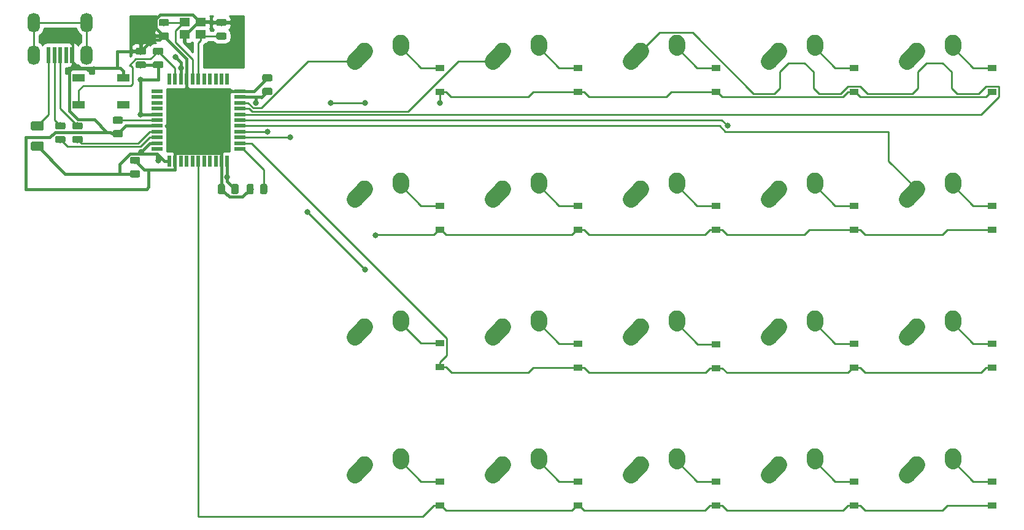
<source format=gbl>
G04 #@! TF.GenerationSoftware,KiCad,Pcbnew,(5.1.4)-1*
G04 #@! TF.CreationDate,2023-03-06T13:27:41+02:00*
G04 #@! TF.ProjectId,Keyboard,4b657962-6f61-4726-942e-6b696361645f,rev?*
G04 #@! TF.SameCoordinates,Original*
G04 #@! TF.FileFunction,Copper,L2,Bot*
G04 #@! TF.FilePolarity,Positive*
%FSLAX46Y46*%
G04 Gerber Fmt 4.6, Leading zero omitted, Abs format (unit mm)*
G04 Created by KiCad (PCBNEW (5.1.4)-1) date 2023-03-06 13:27:41*
%MOMM*%
%LPD*%
G04 APERTURE LIST*
%ADD10R,1.400000X1.200000*%
%ADD11O,1.700000X2.700000*%
%ADD12R,0.500000X2.250000*%
%ADD13R,0.550000X1.500000*%
%ADD14R,1.500000X0.550000*%
%ADD15R,1.800000X1.100000*%
%ADD16C,0.100000*%
%ADD17C,0.975000*%
%ADD18C,2.250000*%
%ADD19C,2.250000*%
%ADD20C,1.250000*%
%ADD21R,1.200000X0.900000*%
%ADD22C,0.800000*%
%ADD23C,0.254000*%
%ADD24C,0.381000*%
G04 APERTURE END LIST*
D10*
X86825000Y-88843750D03*
X84625000Y-88843750D03*
X84625000Y-90543750D03*
X86825000Y-90543750D03*
D11*
X63818750Y-88900000D03*
X71118750Y-88900000D03*
X71118750Y-93400000D03*
X63818750Y-93400000D03*
D12*
X65868750Y-93400000D03*
X66668750Y-93400000D03*
X67468750Y-93400000D03*
X68268750Y-93400000D03*
X69068750Y-93400000D03*
D13*
X82518750Y-108093750D03*
X83318750Y-108093750D03*
X84118750Y-108093750D03*
X84918750Y-108093750D03*
X85718750Y-108093750D03*
X86518750Y-108093750D03*
X87318750Y-108093750D03*
X88118750Y-108093750D03*
X88918750Y-108093750D03*
X89718750Y-108093750D03*
X90518750Y-108093750D03*
D14*
X92218750Y-106393750D03*
X92218750Y-105593750D03*
X92218750Y-104793750D03*
X92218750Y-103993750D03*
X92218750Y-103193750D03*
X92218750Y-102393750D03*
X92218750Y-101593750D03*
X92218750Y-100793750D03*
X92218750Y-99993750D03*
X92218750Y-99193750D03*
X92218750Y-98393750D03*
D13*
X90518750Y-96693750D03*
X89718750Y-96693750D03*
X88918750Y-96693750D03*
X88118750Y-96693750D03*
X87318750Y-96693750D03*
X86518750Y-96693750D03*
X85718750Y-96693750D03*
X84918750Y-96693750D03*
X84118750Y-96693750D03*
X83318750Y-96693750D03*
X82518750Y-96693750D03*
D14*
X80818750Y-98393750D03*
X80818750Y-99193750D03*
X80818750Y-99993750D03*
X80818750Y-100793750D03*
X80818750Y-101593750D03*
X80818750Y-102393750D03*
X80818750Y-103193750D03*
X80818750Y-103993750D03*
X80818750Y-104793750D03*
X80818750Y-105593750D03*
X80818750Y-106393750D03*
D15*
X70000000Y-96575000D03*
X76200000Y-100275000D03*
X70000000Y-100275000D03*
X76200000Y-96575000D03*
D16*
G36*
X95805142Y-111219924D02*
G01*
X95828803Y-111223434D01*
X95852007Y-111229246D01*
X95874529Y-111237304D01*
X95896153Y-111247532D01*
X95916670Y-111259829D01*
X95935883Y-111274079D01*
X95953607Y-111290143D01*
X95969671Y-111307867D01*
X95983921Y-111327080D01*
X95996218Y-111347597D01*
X96006446Y-111369221D01*
X96014504Y-111391743D01*
X96020316Y-111414947D01*
X96023826Y-111438608D01*
X96025000Y-111462500D01*
X96025000Y-112375000D01*
X96023826Y-112398892D01*
X96020316Y-112422553D01*
X96014504Y-112445757D01*
X96006446Y-112468279D01*
X95996218Y-112489903D01*
X95983921Y-112510420D01*
X95969671Y-112529633D01*
X95953607Y-112547357D01*
X95935883Y-112563421D01*
X95916670Y-112577671D01*
X95896153Y-112589968D01*
X95874529Y-112600196D01*
X95852007Y-112608254D01*
X95828803Y-112614066D01*
X95805142Y-112617576D01*
X95781250Y-112618750D01*
X95293750Y-112618750D01*
X95269858Y-112617576D01*
X95246197Y-112614066D01*
X95222993Y-112608254D01*
X95200471Y-112600196D01*
X95178847Y-112589968D01*
X95158330Y-112577671D01*
X95139117Y-112563421D01*
X95121393Y-112547357D01*
X95105329Y-112529633D01*
X95091079Y-112510420D01*
X95078782Y-112489903D01*
X95068554Y-112468279D01*
X95060496Y-112445757D01*
X95054684Y-112422553D01*
X95051174Y-112398892D01*
X95050000Y-112375000D01*
X95050000Y-111462500D01*
X95051174Y-111438608D01*
X95054684Y-111414947D01*
X95060496Y-111391743D01*
X95068554Y-111369221D01*
X95078782Y-111347597D01*
X95091079Y-111327080D01*
X95105329Y-111307867D01*
X95121393Y-111290143D01*
X95139117Y-111274079D01*
X95158330Y-111259829D01*
X95178847Y-111247532D01*
X95200471Y-111237304D01*
X95222993Y-111229246D01*
X95246197Y-111223434D01*
X95269858Y-111219924D01*
X95293750Y-111218750D01*
X95781250Y-111218750D01*
X95805142Y-111219924D01*
X95805142Y-111219924D01*
G37*
D17*
X95537500Y-111918750D03*
D16*
G36*
X93930142Y-111219924D02*
G01*
X93953803Y-111223434D01*
X93977007Y-111229246D01*
X93999529Y-111237304D01*
X94021153Y-111247532D01*
X94041670Y-111259829D01*
X94060883Y-111274079D01*
X94078607Y-111290143D01*
X94094671Y-111307867D01*
X94108921Y-111327080D01*
X94121218Y-111347597D01*
X94131446Y-111369221D01*
X94139504Y-111391743D01*
X94145316Y-111414947D01*
X94148826Y-111438608D01*
X94150000Y-111462500D01*
X94150000Y-112375000D01*
X94148826Y-112398892D01*
X94145316Y-112422553D01*
X94139504Y-112445757D01*
X94131446Y-112468279D01*
X94121218Y-112489903D01*
X94108921Y-112510420D01*
X94094671Y-112529633D01*
X94078607Y-112547357D01*
X94060883Y-112563421D01*
X94041670Y-112577671D01*
X94021153Y-112589968D01*
X93999529Y-112600196D01*
X93977007Y-112608254D01*
X93953803Y-112614066D01*
X93930142Y-112617576D01*
X93906250Y-112618750D01*
X93418750Y-112618750D01*
X93394858Y-112617576D01*
X93371197Y-112614066D01*
X93347993Y-112608254D01*
X93325471Y-112600196D01*
X93303847Y-112589968D01*
X93283330Y-112577671D01*
X93264117Y-112563421D01*
X93246393Y-112547357D01*
X93230329Y-112529633D01*
X93216079Y-112510420D01*
X93203782Y-112489903D01*
X93193554Y-112468279D01*
X93185496Y-112445757D01*
X93179684Y-112422553D01*
X93176174Y-112398892D01*
X93175000Y-112375000D01*
X93175000Y-111462500D01*
X93176174Y-111438608D01*
X93179684Y-111414947D01*
X93185496Y-111391743D01*
X93193554Y-111369221D01*
X93203782Y-111347597D01*
X93216079Y-111327080D01*
X93230329Y-111307867D01*
X93246393Y-111290143D01*
X93264117Y-111274079D01*
X93283330Y-111259829D01*
X93303847Y-111247532D01*
X93325471Y-111237304D01*
X93347993Y-111229246D01*
X93371197Y-111223434D01*
X93394858Y-111219924D01*
X93418750Y-111218750D01*
X93906250Y-111218750D01*
X93930142Y-111219924D01*
X93930142Y-111219924D01*
G37*
D17*
X93662500Y-111918750D03*
D16*
G36*
X67948892Y-102701174D02*
G01*
X67972553Y-102704684D01*
X67995757Y-102710496D01*
X68018279Y-102718554D01*
X68039903Y-102728782D01*
X68060420Y-102741079D01*
X68079633Y-102755329D01*
X68097357Y-102771393D01*
X68113421Y-102789117D01*
X68127671Y-102808330D01*
X68139968Y-102828847D01*
X68150196Y-102850471D01*
X68158254Y-102872993D01*
X68164066Y-102896197D01*
X68167576Y-102919858D01*
X68168750Y-102943750D01*
X68168750Y-103431250D01*
X68167576Y-103455142D01*
X68164066Y-103478803D01*
X68158254Y-103502007D01*
X68150196Y-103524529D01*
X68139968Y-103546153D01*
X68127671Y-103566670D01*
X68113421Y-103585883D01*
X68097357Y-103603607D01*
X68079633Y-103619671D01*
X68060420Y-103633921D01*
X68039903Y-103646218D01*
X68018279Y-103656446D01*
X67995757Y-103664504D01*
X67972553Y-103670316D01*
X67948892Y-103673826D01*
X67925000Y-103675000D01*
X67012500Y-103675000D01*
X66988608Y-103673826D01*
X66964947Y-103670316D01*
X66941743Y-103664504D01*
X66919221Y-103656446D01*
X66897597Y-103646218D01*
X66877080Y-103633921D01*
X66857867Y-103619671D01*
X66840143Y-103603607D01*
X66824079Y-103585883D01*
X66809829Y-103566670D01*
X66797532Y-103546153D01*
X66787304Y-103524529D01*
X66779246Y-103502007D01*
X66773434Y-103478803D01*
X66769924Y-103455142D01*
X66768750Y-103431250D01*
X66768750Y-102943750D01*
X66769924Y-102919858D01*
X66773434Y-102896197D01*
X66779246Y-102872993D01*
X66787304Y-102850471D01*
X66797532Y-102828847D01*
X66809829Y-102808330D01*
X66824079Y-102789117D01*
X66840143Y-102771393D01*
X66857867Y-102755329D01*
X66877080Y-102741079D01*
X66897597Y-102728782D01*
X66919221Y-102718554D01*
X66941743Y-102710496D01*
X66964947Y-102704684D01*
X66988608Y-102701174D01*
X67012500Y-102700000D01*
X67925000Y-102700000D01*
X67948892Y-102701174D01*
X67948892Y-102701174D01*
G37*
D17*
X67468750Y-103187500D03*
D16*
G36*
X67948892Y-104576174D02*
G01*
X67972553Y-104579684D01*
X67995757Y-104585496D01*
X68018279Y-104593554D01*
X68039903Y-104603782D01*
X68060420Y-104616079D01*
X68079633Y-104630329D01*
X68097357Y-104646393D01*
X68113421Y-104664117D01*
X68127671Y-104683330D01*
X68139968Y-104703847D01*
X68150196Y-104725471D01*
X68158254Y-104747993D01*
X68164066Y-104771197D01*
X68167576Y-104794858D01*
X68168750Y-104818750D01*
X68168750Y-105306250D01*
X68167576Y-105330142D01*
X68164066Y-105353803D01*
X68158254Y-105377007D01*
X68150196Y-105399529D01*
X68139968Y-105421153D01*
X68127671Y-105441670D01*
X68113421Y-105460883D01*
X68097357Y-105478607D01*
X68079633Y-105494671D01*
X68060420Y-105508921D01*
X68039903Y-105521218D01*
X68018279Y-105531446D01*
X67995757Y-105539504D01*
X67972553Y-105545316D01*
X67948892Y-105548826D01*
X67925000Y-105550000D01*
X67012500Y-105550000D01*
X66988608Y-105548826D01*
X66964947Y-105545316D01*
X66941743Y-105539504D01*
X66919221Y-105531446D01*
X66897597Y-105521218D01*
X66877080Y-105508921D01*
X66857867Y-105494671D01*
X66840143Y-105478607D01*
X66824079Y-105460883D01*
X66809829Y-105441670D01*
X66797532Y-105421153D01*
X66787304Y-105399529D01*
X66779246Y-105377007D01*
X66773434Y-105353803D01*
X66769924Y-105330142D01*
X66768750Y-105306250D01*
X66768750Y-104818750D01*
X66769924Y-104794858D01*
X66773434Y-104771197D01*
X66779246Y-104747993D01*
X66787304Y-104725471D01*
X66797532Y-104703847D01*
X66809829Y-104683330D01*
X66824079Y-104664117D01*
X66840143Y-104646393D01*
X66857867Y-104630329D01*
X66877080Y-104616079D01*
X66897597Y-104603782D01*
X66919221Y-104593554D01*
X66941743Y-104585496D01*
X66964947Y-104579684D01*
X66988608Y-104576174D01*
X67012500Y-104575000D01*
X67925000Y-104575000D01*
X67948892Y-104576174D01*
X67948892Y-104576174D01*
G37*
D17*
X67468750Y-105062500D03*
D16*
G36*
X70330142Y-102701174D02*
G01*
X70353803Y-102704684D01*
X70377007Y-102710496D01*
X70399529Y-102718554D01*
X70421153Y-102728782D01*
X70441670Y-102741079D01*
X70460883Y-102755329D01*
X70478607Y-102771393D01*
X70494671Y-102789117D01*
X70508921Y-102808330D01*
X70521218Y-102828847D01*
X70531446Y-102850471D01*
X70539504Y-102872993D01*
X70545316Y-102896197D01*
X70548826Y-102919858D01*
X70550000Y-102943750D01*
X70550000Y-103431250D01*
X70548826Y-103455142D01*
X70545316Y-103478803D01*
X70539504Y-103502007D01*
X70531446Y-103524529D01*
X70521218Y-103546153D01*
X70508921Y-103566670D01*
X70494671Y-103585883D01*
X70478607Y-103603607D01*
X70460883Y-103619671D01*
X70441670Y-103633921D01*
X70421153Y-103646218D01*
X70399529Y-103656446D01*
X70377007Y-103664504D01*
X70353803Y-103670316D01*
X70330142Y-103673826D01*
X70306250Y-103675000D01*
X69393750Y-103675000D01*
X69369858Y-103673826D01*
X69346197Y-103670316D01*
X69322993Y-103664504D01*
X69300471Y-103656446D01*
X69278847Y-103646218D01*
X69258330Y-103633921D01*
X69239117Y-103619671D01*
X69221393Y-103603607D01*
X69205329Y-103585883D01*
X69191079Y-103566670D01*
X69178782Y-103546153D01*
X69168554Y-103524529D01*
X69160496Y-103502007D01*
X69154684Y-103478803D01*
X69151174Y-103455142D01*
X69150000Y-103431250D01*
X69150000Y-102943750D01*
X69151174Y-102919858D01*
X69154684Y-102896197D01*
X69160496Y-102872993D01*
X69168554Y-102850471D01*
X69178782Y-102828847D01*
X69191079Y-102808330D01*
X69205329Y-102789117D01*
X69221393Y-102771393D01*
X69239117Y-102755329D01*
X69258330Y-102741079D01*
X69278847Y-102728782D01*
X69300471Y-102718554D01*
X69322993Y-102710496D01*
X69346197Y-102704684D01*
X69369858Y-102701174D01*
X69393750Y-102700000D01*
X70306250Y-102700000D01*
X70330142Y-102701174D01*
X70330142Y-102701174D01*
G37*
D17*
X69850000Y-103187500D03*
D16*
G36*
X70330142Y-104576174D02*
G01*
X70353803Y-104579684D01*
X70377007Y-104585496D01*
X70399529Y-104593554D01*
X70421153Y-104603782D01*
X70441670Y-104616079D01*
X70460883Y-104630329D01*
X70478607Y-104646393D01*
X70494671Y-104664117D01*
X70508921Y-104683330D01*
X70521218Y-104703847D01*
X70531446Y-104725471D01*
X70539504Y-104747993D01*
X70545316Y-104771197D01*
X70548826Y-104794858D01*
X70550000Y-104818750D01*
X70550000Y-105306250D01*
X70548826Y-105330142D01*
X70545316Y-105353803D01*
X70539504Y-105377007D01*
X70531446Y-105399529D01*
X70521218Y-105421153D01*
X70508921Y-105441670D01*
X70494671Y-105460883D01*
X70478607Y-105478607D01*
X70460883Y-105494671D01*
X70441670Y-105508921D01*
X70421153Y-105521218D01*
X70399529Y-105531446D01*
X70377007Y-105539504D01*
X70353803Y-105545316D01*
X70330142Y-105548826D01*
X70306250Y-105550000D01*
X69393750Y-105550000D01*
X69369858Y-105548826D01*
X69346197Y-105545316D01*
X69322993Y-105539504D01*
X69300471Y-105531446D01*
X69278847Y-105521218D01*
X69258330Y-105508921D01*
X69239117Y-105494671D01*
X69221393Y-105478607D01*
X69205329Y-105460883D01*
X69191079Y-105441670D01*
X69178782Y-105421153D01*
X69168554Y-105399529D01*
X69160496Y-105377007D01*
X69154684Y-105353803D01*
X69151174Y-105330142D01*
X69150000Y-105306250D01*
X69150000Y-104818750D01*
X69151174Y-104794858D01*
X69154684Y-104771197D01*
X69160496Y-104747993D01*
X69168554Y-104725471D01*
X69178782Y-104703847D01*
X69191079Y-104683330D01*
X69205329Y-104664117D01*
X69221393Y-104646393D01*
X69239117Y-104630329D01*
X69258330Y-104616079D01*
X69278847Y-104603782D01*
X69300471Y-104593554D01*
X69322993Y-104585496D01*
X69346197Y-104579684D01*
X69369858Y-104576174D01*
X69393750Y-104575000D01*
X70306250Y-104575000D01*
X70330142Y-104576174D01*
X70330142Y-104576174D01*
G37*
D17*
X69850000Y-105062500D03*
D16*
G36*
X81442642Y-92382424D02*
G01*
X81466303Y-92385934D01*
X81489507Y-92391746D01*
X81512029Y-92399804D01*
X81533653Y-92410032D01*
X81554170Y-92422329D01*
X81573383Y-92436579D01*
X81591107Y-92452643D01*
X81607171Y-92470367D01*
X81621421Y-92489580D01*
X81633718Y-92510097D01*
X81643946Y-92531721D01*
X81652004Y-92554243D01*
X81657816Y-92577447D01*
X81661326Y-92601108D01*
X81662500Y-92625000D01*
X81662500Y-93112500D01*
X81661326Y-93136392D01*
X81657816Y-93160053D01*
X81652004Y-93183257D01*
X81643946Y-93205779D01*
X81633718Y-93227403D01*
X81621421Y-93247920D01*
X81607171Y-93267133D01*
X81591107Y-93284857D01*
X81573383Y-93300921D01*
X81554170Y-93315171D01*
X81533653Y-93327468D01*
X81512029Y-93337696D01*
X81489507Y-93345754D01*
X81466303Y-93351566D01*
X81442642Y-93355076D01*
X81418750Y-93356250D01*
X80506250Y-93356250D01*
X80482358Y-93355076D01*
X80458697Y-93351566D01*
X80435493Y-93345754D01*
X80412971Y-93337696D01*
X80391347Y-93327468D01*
X80370830Y-93315171D01*
X80351617Y-93300921D01*
X80333893Y-93284857D01*
X80317829Y-93267133D01*
X80303579Y-93247920D01*
X80291282Y-93227403D01*
X80281054Y-93205779D01*
X80272996Y-93183257D01*
X80267184Y-93160053D01*
X80263674Y-93136392D01*
X80262500Y-93112500D01*
X80262500Y-92625000D01*
X80263674Y-92601108D01*
X80267184Y-92577447D01*
X80272996Y-92554243D01*
X80281054Y-92531721D01*
X80291282Y-92510097D01*
X80303579Y-92489580D01*
X80317829Y-92470367D01*
X80333893Y-92452643D01*
X80351617Y-92436579D01*
X80370830Y-92422329D01*
X80391347Y-92410032D01*
X80412971Y-92399804D01*
X80435493Y-92391746D01*
X80458697Y-92385934D01*
X80482358Y-92382424D01*
X80506250Y-92381250D01*
X81418750Y-92381250D01*
X81442642Y-92382424D01*
X81442642Y-92382424D01*
G37*
D17*
X80962500Y-92868750D03*
D16*
G36*
X81442642Y-94257424D02*
G01*
X81466303Y-94260934D01*
X81489507Y-94266746D01*
X81512029Y-94274804D01*
X81533653Y-94285032D01*
X81554170Y-94297329D01*
X81573383Y-94311579D01*
X81591107Y-94327643D01*
X81607171Y-94345367D01*
X81621421Y-94364580D01*
X81633718Y-94385097D01*
X81643946Y-94406721D01*
X81652004Y-94429243D01*
X81657816Y-94452447D01*
X81661326Y-94476108D01*
X81662500Y-94500000D01*
X81662500Y-94987500D01*
X81661326Y-95011392D01*
X81657816Y-95035053D01*
X81652004Y-95058257D01*
X81643946Y-95080779D01*
X81633718Y-95102403D01*
X81621421Y-95122920D01*
X81607171Y-95142133D01*
X81591107Y-95159857D01*
X81573383Y-95175921D01*
X81554170Y-95190171D01*
X81533653Y-95202468D01*
X81512029Y-95212696D01*
X81489507Y-95220754D01*
X81466303Y-95226566D01*
X81442642Y-95230076D01*
X81418750Y-95231250D01*
X80506250Y-95231250D01*
X80482358Y-95230076D01*
X80458697Y-95226566D01*
X80435493Y-95220754D01*
X80412971Y-95212696D01*
X80391347Y-95202468D01*
X80370830Y-95190171D01*
X80351617Y-95175921D01*
X80333893Y-95159857D01*
X80317829Y-95142133D01*
X80303579Y-95122920D01*
X80291282Y-95102403D01*
X80281054Y-95080779D01*
X80272996Y-95058257D01*
X80267184Y-95035053D01*
X80263674Y-95011392D01*
X80262500Y-94987500D01*
X80262500Y-94500000D01*
X80263674Y-94476108D01*
X80267184Y-94452447D01*
X80272996Y-94429243D01*
X80281054Y-94406721D01*
X80291282Y-94385097D01*
X80303579Y-94364580D01*
X80317829Y-94345367D01*
X80333893Y-94327643D01*
X80351617Y-94311579D01*
X80370830Y-94297329D01*
X80391347Y-94285032D01*
X80412971Y-94274804D01*
X80435493Y-94266746D01*
X80458697Y-94260934D01*
X80482358Y-94257424D01*
X80506250Y-94256250D01*
X81418750Y-94256250D01*
X81442642Y-94257424D01*
X81442642Y-94257424D01*
G37*
D17*
X80962500Y-94743750D03*
D18*
X185618750Y-149987500D03*
X184963751Y-150717500D03*
D19*
X184308750Y-151447500D02*
X185618752Y-149987500D01*
D18*
X190658750Y-148907500D03*
X190638750Y-149197500D03*
D19*
X190618750Y-149487500D02*
X190658750Y-148907500D01*
D18*
X166568750Y-149987500D03*
X165913751Y-150717500D03*
D19*
X165258750Y-151447500D02*
X166568752Y-149987500D01*
D18*
X171608750Y-148907500D03*
X171588750Y-149197500D03*
D19*
X171568750Y-149487500D02*
X171608750Y-148907500D01*
D18*
X147518750Y-149987500D03*
X146863751Y-150717500D03*
D19*
X146208750Y-151447500D02*
X147518752Y-149987500D01*
D18*
X152558750Y-148907500D03*
X152538750Y-149197500D03*
D19*
X152518750Y-149487500D02*
X152558750Y-148907500D01*
D18*
X128468750Y-149987500D03*
X127813751Y-150717500D03*
D19*
X127158750Y-151447500D02*
X128468752Y-149987500D01*
D18*
X133508750Y-148907500D03*
X133488750Y-149197500D03*
D19*
X133468750Y-149487500D02*
X133508750Y-148907500D01*
D18*
X109418750Y-149987500D03*
X108763751Y-150717500D03*
D19*
X108108750Y-151447500D02*
X109418752Y-149987500D01*
D18*
X114458750Y-148907500D03*
X114438750Y-149197500D03*
D19*
X114418750Y-149487500D02*
X114458750Y-148907500D01*
D18*
X185618750Y-130937500D03*
X184963751Y-131667500D03*
D19*
X184308750Y-132397500D02*
X185618752Y-130937500D01*
D18*
X190658750Y-129857500D03*
X190638750Y-130147500D03*
D19*
X190618750Y-130437500D02*
X190658750Y-129857500D01*
D18*
X166568750Y-130937500D03*
X165913751Y-131667500D03*
D19*
X165258750Y-132397500D02*
X166568752Y-130937500D01*
D18*
X171608750Y-129857500D03*
X171588750Y-130147500D03*
D19*
X171568750Y-130437500D02*
X171608750Y-129857500D01*
D18*
X147518750Y-130937500D03*
X146863751Y-131667500D03*
D19*
X146208750Y-132397500D02*
X147518752Y-130937500D01*
D18*
X152558750Y-129857500D03*
X152538750Y-130147500D03*
D19*
X152518750Y-130437500D02*
X152558750Y-129857500D01*
D18*
X128468750Y-130937500D03*
X127813751Y-131667500D03*
D19*
X127158750Y-132397500D02*
X128468752Y-130937500D01*
D18*
X133508750Y-129857500D03*
X133488750Y-130147500D03*
D19*
X133468750Y-130437500D02*
X133508750Y-129857500D01*
D18*
X109418750Y-130937500D03*
X108763751Y-131667500D03*
D19*
X108108750Y-132397500D02*
X109418752Y-130937500D01*
D18*
X114458750Y-129857500D03*
X114438750Y-130147500D03*
D19*
X114418750Y-130437500D02*
X114458750Y-129857500D01*
D18*
X185618750Y-111887500D03*
X184963751Y-112617500D03*
D19*
X184308750Y-113347500D02*
X185618752Y-111887500D01*
D18*
X190658750Y-110807500D03*
X190638750Y-111097500D03*
D19*
X190618750Y-111387500D02*
X190658750Y-110807500D01*
D18*
X166568750Y-111887500D03*
X165913751Y-112617500D03*
D19*
X165258750Y-113347500D02*
X166568752Y-111887500D01*
D18*
X171608750Y-110807500D03*
X171588750Y-111097500D03*
D19*
X171568750Y-111387500D02*
X171608750Y-110807500D01*
D18*
X147518750Y-111887500D03*
X146863751Y-112617500D03*
D19*
X146208750Y-113347500D02*
X147518752Y-111887500D01*
D18*
X152558750Y-110807500D03*
X152538750Y-111097500D03*
D19*
X152518750Y-111387500D02*
X152558750Y-110807500D01*
D18*
X128468750Y-111887500D03*
X127813751Y-112617500D03*
D19*
X127158750Y-113347500D02*
X128468752Y-111887500D01*
D18*
X133508750Y-110807500D03*
X133488750Y-111097500D03*
D19*
X133468750Y-111387500D02*
X133508750Y-110807500D01*
D18*
X109418750Y-111887500D03*
X108763751Y-112617500D03*
D19*
X108108750Y-113347500D02*
X109418752Y-111887500D01*
D18*
X114458750Y-110807500D03*
X114438750Y-111097500D03*
D19*
X114418750Y-111387500D02*
X114458750Y-110807500D01*
D18*
X185618750Y-92837500D03*
X184963751Y-93567500D03*
D19*
X184308750Y-94297500D02*
X185618752Y-92837500D01*
D18*
X190658750Y-91757500D03*
X190638750Y-92047500D03*
D19*
X190618750Y-92337500D02*
X190658750Y-91757500D01*
D18*
X166568750Y-92837500D03*
X165913751Y-93567500D03*
D19*
X165258750Y-94297500D02*
X166568752Y-92837500D01*
D18*
X171608750Y-91757500D03*
X171588750Y-92047500D03*
D19*
X171568750Y-92337500D02*
X171608750Y-91757500D01*
D18*
X147518750Y-92837500D03*
X146863751Y-93567500D03*
D19*
X146208750Y-94297500D02*
X147518752Y-92837500D01*
D18*
X152558750Y-91757500D03*
X152538750Y-92047500D03*
D19*
X152518750Y-92337500D02*
X152558750Y-91757500D01*
D18*
X128468750Y-92837500D03*
X127813751Y-93567500D03*
D19*
X127158750Y-94297500D02*
X128468752Y-92837500D01*
D18*
X133508750Y-91757500D03*
X133488750Y-92047500D03*
D19*
X133468750Y-92337500D02*
X133508750Y-91757500D01*
D18*
X109418750Y-92837500D03*
X108763751Y-93567500D03*
D19*
X108108750Y-94297500D02*
X109418752Y-92837500D01*
D18*
X114458750Y-91757500D03*
X114438750Y-92047500D03*
D19*
X114418750Y-92337500D02*
X114458750Y-91757500D01*
D16*
G36*
X64943254Y-102563704D02*
G01*
X64967523Y-102567304D01*
X64991321Y-102573265D01*
X65014421Y-102581530D01*
X65036599Y-102592020D01*
X65057643Y-102604633D01*
X65077348Y-102619247D01*
X65095527Y-102635723D01*
X65112003Y-102653902D01*
X65126617Y-102673607D01*
X65139230Y-102694651D01*
X65149720Y-102716829D01*
X65157985Y-102739929D01*
X65163946Y-102763727D01*
X65167546Y-102787996D01*
X65168750Y-102812500D01*
X65168750Y-103562500D01*
X65167546Y-103587004D01*
X65163946Y-103611273D01*
X65157985Y-103635071D01*
X65149720Y-103658171D01*
X65139230Y-103680349D01*
X65126617Y-103701393D01*
X65112003Y-103721098D01*
X65095527Y-103739277D01*
X65077348Y-103755753D01*
X65057643Y-103770367D01*
X65036599Y-103782980D01*
X65014421Y-103793470D01*
X64991321Y-103801735D01*
X64967523Y-103807696D01*
X64943254Y-103811296D01*
X64918750Y-103812500D01*
X63668750Y-103812500D01*
X63644246Y-103811296D01*
X63619977Y-103807696D01*
X63596179Y-103801735D01*
X63573079Y-103793470D01*
X63550901Y-103782980D01*
X63529857Y-103770367D01*
X63510152Y-103755753D01*
X63491973Y-103739277D01*
X63475497Y-103721098D01*
X63460883Y-103701393D01*
X63448270Y-103680349D01*
X63437780Y-103658171D01*
X63429515Y-103635071D01*
X63423554Y-103611273D01*
X63419954Y-103587004D01*
X63418750Y-103562500D01*
X63418750Y-102812500D01*
X63419954Y-102787996D01*
X63423554Y-102763727D01*
X63429515Y-102739929D01*
X63437780Y-102716829D01*
X63448270Y-102694651D01*
X63460883Y-102673607D01*
X63475497Y-102653902D01*
X63491973Y-102635723D01*
X63510152Y-102619247D01*
X63529857Y-102604633D01*
X63550901Y-102592020D01*
X63573079Y-102581530D01*
X63596179Y-102573265D01*
X63619977Y-102567304D01*
X63644246Y-102563704D01*
X63668750Y-102562500D01*
X64918750Y-102562500D01*
X64943254Y-102563704D01*
X64943254Y-102563704D01*
G37*
D20*
X64293750Y-103187500D03*
D16*
G36*
X64943254Y-105363704D02*
G01*
X64967523Y-105367304D01*
X64991321Y-105373265D01*
X65014421Y-105381530D01*
X65036599Y-105392020D01*
X65057643Y-105404633D01*
X65077348Y-105419247D01*
X65095527Y-105435723D01*
X65112003Y-105453902D01*
X65126617Y-105473607D01*
X65139230Y-105494651D01*
X65149720Y-105516829D01*
X65157985Y-105539929D01*
X65163946Y-105563727D01*
X65167546Y-105587996D01*
X65168750Y-105612500D01*
X65168750Y-106362500D01*
X65167546Y-106387004D01*
X65163946Y-106411273D01*
X65157985Y-106435071D01*
X65149720Y-106458171D01*
X65139230Y-106480349D01*
X65126617Y-106501393D01*
X65112003Y-106521098D01*
X65095527Y-106539277D01*
X65077348Y-106555753D01*
X65057643Y-106570367D01*
X65036599Y-106582980D01*
X65014421Y-106593470D01*
X64991321Y-106601735D01*
X64967523Y-106607696D01*
X64943254Y-106611296D01*
X64918750Y-106612500D01*
X63668750Y-106612500D01*
X63644246Y-106611296D01*
X63619977Y-106607696D01*
X63596179Y-106601735D01*
X63573079Y-106593470D01*
X63550901Y-106582980D01*
X63529857Y-106570367D01*
X63510152Y-106555753D01*
X63491973Y-106539277D01*
X63475497Y-106521098D01*
X63460883Y-106501393D01*
X63448270Y-106480349D01*
X63437780Y-106458171D01*
X63429515Y-106435071D01*
X63423554Y-106411273D01*
X63419954Y-106387004D01*
X63418750Y-106362500D01*
X63418750Y-105612500D01*
X63419954Y-105587996D01*
X63423554Y-105563727D01*
X63429515Y-105539929D01*
X63437780Y-105516829D01*
X63448270Y-105494651D01*
X63460883Y-105473607D01*
X63475497Y-105453902D01*
X63491973Y-105435723D01*
X63510152Y-105419247D01*
X63529857Y-105404633D01*
X63550901Y-105392020D01*
X63573079Y-105381530D01*
X63596179Y-105373265D01*
X63619977Y-105367304D01*
X63644246Y-105363704D01*
X63668750Y-105362500D01*
X64918750Y-105362500D01*
X64943254Y-105363704D01*
X64943254Y-105363704D01*
G37*
D20*
X64293750Y-105987500D03*
D21*
X196056250Y-152337500D03*
X196056250Y-155637500D03*
X177006250Y-152337500D03*
X177006250Y-155637500D03*
X157956250Y-152337500D03*
X157956250Y-155637500D03*
X138906250Y-152337500D03*
X138906250Y-155637500D03*
X119856250Y-152337500D03*
X119856250Y-155637500D03*
X196056250Y-133287500D03*
X196056250Y-136587500D03*
X177006250Y-133287500D03*
X177006250Y-136587500D03*
X157956250Y-133350000D03*
X157956250Y-136650000D03*
X138906250Y-133287500D03*
X138906250Y-136587500D03*
X119856250Y-133225000D03*
X119856250Y-136525000D03*
X196056250Y-114237500D03*
X196056250Y-117537500D03*
X177006250Y-114237500D03*
X177006250Y-117537500D03*
X157956250Y-114237500D03*
X157956250Y-117537500D03*
X138906250Y-114237500D03*
X138906250Y-117537500D03*
X119856250Y-114237500D03*
X119856250Y-117537500D03*
X196056250Y-95187500D03*
X196056250Y-98487500D03*
X177006250Y-95187500D03*
X177006250Y-98487500D03*
X157956250Y-95187500D03*
X157956250Y-98487500D03*
X138906250Y-95187500D03*
X138906250Y-98487500D03*
X119856250Y-95187500D03*
X119856250Y-98487500D03*
D16*
G36*
X78267642Y-107463674D02*
G01*
X78291303Y-107467184D01*
X78314507Y-107472996D01*
X78337029Y-107481054D01*
X78358653Y-107491282D01*
X78379170Y-107503579D01*
X78398383Y-107517829D01*
X78416107Y-107533893D01*
X78432171Y-107551617D01*
X78446421Y-107570830D01*
X78458718Y-107591347D01*
X78468946Y-107612971D01*
X78477004Y-107635493D01*
X78482816Y-107658697D01*
X78486326Y-107682358D01*
X78487500Y-107706250D01*
X78487500Y-108193750D01*
X78486326Y-108217642D01*
X78482816Y-108241303D01*
X78477004Y-108264507D01*
X78468946Y-108287029D01*
X78458718Y-108308653D01*
X78446421Y-108329170D01*
X78432171Y-108348383D01*
X78416107Y-108366107D01*
X78398383Y-108382171D01*
X78379170Y-108396421D01*
X78358653Y-108408718D01*
X78337029Y-108418946D01*
X78314507Y-108427004D01*
X78291303Y-108432816D01*
X78267642Y-108436326D01*
X78243750Y-108437500D01*
X77331250Y-108437500D01*
X77307358Y-108436326D01*
X77283697Y-108432816D01*
X77260493Y-108427004D01*
X77237971Y-108418946D01*
X77216347Y-108408718D01*
X77195830Y-108396421D01*
X77176617Y-108382171D01*
X77158893Y-108366107D01*
X77142829Y-108348383D01*
X77128579Y-108329170D01*
X77116282Y-108308653D01*
X77106054Y-108287029D01*
X77097996Y-108264507D01*
X77092184Y-108241303D01*
X77088674Y-108217642D01*
X77087500Y-108193750D01*
X77087500Y-107706250D01*
X77088674Y-107682358D01*
X77092184Y-107658697D01*
X77097996Y-107635493D01*
X77106054Y-107612971D01*
X77116282Y-107591347D01*
X77128579Y-107570830D01*
X77142829Y-107551617D01*
X77158893Y-107533893D01*
X77176617Y-107517829D01*
X77195830Y-107503579D01*
X77216347Y-107491282D01*
X77237971Y-107481054D01*
X77260493Y-107472996D01*
X77283697Y-107467184D01*
X77307358Y-107463674D01*
X77331250Y-107462500D01*
X78243750Y-107462500D01*
X78267642Y-107463674D01*
X78267642Y-107463674D01*
G37*
D17*
X77787500Y-107950000D03*
D16*
G36*
X78267642Y-109338674D02*
G01*
X78291303Y-109342184D01*
X78314507Y-109347996D01*
X78337029Y-109356054D01*
X78358653Y-109366282D01*
X78379170Y-109378579D01*
X78398383Y-109392829D01*
X78416107Y-109408893D01*
X78432171Y-109426617D01*
X78446421Y-109445830D01*
X78458718Y-109466347D01*
X78468946Y-109487971D01*
X78477004Y-109510493D01*
X78482816Y-109533697D01*
X78486326Y-109557358D01*
X78487500Y-109581250D01*
X78487500Y-110068750D01*
X78486326Y-110092642D01*
X78482816Y-110116303D01*
X78477004Y-110139507D01*
X78468946Y-110162029D01*
X78458718Y-110183653D01*
X78446421Y-110204170D01*
X78432171Y-110223383D01*
X78416107Y-110241107D01*
X78398383Y-110257171D01*
X78379170Y-110271421D01*
X78358653Y-110283718D01*
X78337029Y-110293946D01*
X78314507Y-110302004D01*
X78291303Y-110307816D01*
X78267642Y-110311326D01*
X78243750Y-110312500D01*
X77331250Y-110312500D01*
X77307358Y-110311326D01*
X77283697Y-110307816D01*
X77260493Y-110302004D01*
X77237971Y-110293946D01*
X77216347Y-110283718D01*
X77195830Y-110271421D01*
X77176617Y-110257171D01*
X77158893Y-110241107D01*
X77142829Y-110223383D01*
X77128579Y-110204170D01*
X77116282Y-110183653D01*
X77106054Y-110162029D01*
X77097996Y-110139507D01*
X77092184Y-110116303D01*
X77088674Y-110092642D01*
X77087500Y-110068750D01*
X77087500Y-109581250D01*
X77088674Y-109557358D01*
X77092184Y-109533697D01*
X77097996Y-109510493D01*
X77106054Y-109487971D01*
X77116282Y-109466347D01*
X77128579Y-109445830D01*
X77142829Y-109426617D01*
X77158893Y-109408893D01*
X77176617Y-109392829D01*
X77195830Y-109378579D01*
X77216347Y-109366282D01*
X77237971Y-109356054D01*
X77260493Y-109347996D01*
X77283697Y-109342184D01*
X77307358Y-109338674D01*
X77331250Y-109337500D01*
X78243750Y-109337500D01*
X78267642Y-109338674D01*
X78267642Y-109338674D01*
G37*
D17*
X77787500Y-109825000D03*
D16*
G36*
X96523892Y-96063674D02*
G01*
X96547553Y-96067184D01*
X96570757Y-96072996D01*
X96593279Y-96081054D01*
X96614903Y-96091282D01*
X96635420Y-96103579D01*
X96654633Y-96117829D01*
X96672357Y-96133893D01*
X96688421Y-96151617D01*
X96702671Y-96170830D01*
X96714968Y-96191347D01*
X96725196Y-96212971D01*
X96733254Y-96235493D01*
X96739066Y-96258697D01*
X96742576Y-96282358D01*
X96743750Y-96306250D01*
X96743750Y-96793750D01*
X96742576Y-96817642D01*
X96739066Y-96841303D01*
X96733254Y-96864507D01*
X96725196Y-96887029D01*
X96714968Y-96908653D01*
X96702671Y-96929170D01*
X96688421Y-96948383D01*
X96672357Y-96966107D01*
X96654633Y-96982171D01*
X96635420Y-96996421D01*
X96614903Y-97008718D01*
X96593279Y-97018946D01*
X96570757Y-97027004D01*
X96547553Y-97032816D01*
X96523892Y-97036326D01*
X96500000Y-97037500D01*
X95587500Y-97037500D01*
X95563608Y-97036326D01*
X95539947Y-97032816D01*
X95516743Y-97027004D01*
X95494221Y-97018946D01*
X95472597Y-97008718D01*
X95452080Y-96996421D01*
X95432867Y-96982171D01*
X95415143Y-96966107D01*
X95399079Y-96948383D01*
X95384829Y-96929170D01*
X95372532Y-96908653D01*
X95362304Y-96887029D01*
X95354246Y-96864507D01*
X95348434Y-96841303D01*
X95344924Y-96817642D01*
X95343750Y-96793750D01*
X95343750Y-96306250D01*
X95344924Y-96282358D01*
X95348434Y-96258697D01*
X95354246Y-96235493D01*
X95362304Y-96212971D01*
X95372532Y-96191347D01*
X95384829Y-96170830D01*
X95399079Y-96151617D01*
X95415143Y-96133893D01*
X95432867Y-96117829D01*
X95452080Y-96103579D01*
X95472597Y-96091282D01*
X95494221Y-96081054D01*
X95516743Y-96072996D01*
X95539947Y-96067184D01*
X95563608Y-96063674D01*
X95587500Y-96062500D01*
X96500000Y-96062500D01*
X96523892Y-96063674D01*
X96523892Y-96063674D01*
G37*
D17*
X96043750Y-96550000D03*
D16*
G36*
X96523892Y-97938674D02*
G01*
X96547553Y-97942184D01*
X96570757Y-97947996D01*
X96593279Y-97956054D01*
X96614903Y-97966282D01*
X96635420Y-97978579D01*
X96654633Y-97992829D01*
X96672357Y-98008893D01*
X96688421Y-98026617D01*
X96702671Y-98045830D01*
X96714968Y-98066347D01*
X96725196Y-98087971D01*
X96733254Y-98110493D01*
X96739066Y-98133697D01*
X96742576Y-98157358D01*
X96743750Y-98181250D01*
X96743750Y-98668750D01*
X96742576Y-98692642D01*
X96739066Y-98716303D01*
X96733254Y-98739507D01*
X96725196Y-98762029D01*
X96714968Y-98783653D01*
X96702671Y-98804170D01*
X96688421Y-98823383D01*
X96672357Y-98841107D01*
X96654633Y-98857171D01*
X96635420Y-98871421D01*
X96614903Y-98883718D01*
X96593279Y-98893946D01*
X96570757Y-98902004D01*
X96547553Y-98907816D01*
X96523892Y-98911326D01*
X96500000Y-98912500D01*
X95587500Y-98912500D01*
X95563608Y-98911326D01*
X95539947Y-98907816D01*
X95516743Y-98902004D01*
X95494221Y-98893946D01*
X95472597Y-98883718D01*
X95452080Y-98871421D01*
X95432867Y-98857171D01*
X95415143Y-98841107D01*
X95399079Y-98823383D01*
X95384829Y-98804170D01*
X95372532Y-98783653D01*
X95362304Y-98762029D01*
X95354246Y-98739507D01*
X95348434Y-98716303D01*
X95344924Y-98692642D01*
X95343750Y-98668750D01*
X95343750Y-98181250D01*
X95344924Y-98157358D01*
X95348434Y-98133697D01*
X95354246Y-98110493D01*
X95362304Y-98087971D01*
X95372532Y-98066347D01*
X95384829Y-98045830D01*
X95399079Y-98026617D01*
X95415143Y-98008893D01*
X95432867Y-97992829D01*
X95452080Y-97978579D01*
X95472597Y-97966282D01*
X95494221Y-97956054D01*
X95516743Y-97947996D01*
X95539947Y-97942184D01*
X95563608Y-97938674D01*
X95587500Y-97937500D01*
X96500000Y-97937500D01*
X96523892Y-97938674D01*
X96523892Y-97938674D01*
G37*
D17*
X96043750Y-98425000D03*
D16*
G36*
X79061392Y-92382424D02*
G01*
X79085053Y-92385934D01*
X79108257Y-92391746D01*
X79130779Y-92399804D01*
X79152403Y-92410032D01*
X79172920Y-92422329D01*
X79192133Y-92436579D01*
X79209857Y-92452643D01*
X79225921Y-92470367D01*
X79240171Y-92489580D01*
X79252468Y-92510097D01*
X79262696Y-92531721D01*
X79270754Y-92554243D01*
X79276566Y-92577447D01*
X79280076Y-92601108D01*
X79281250Y-92625000D01*
X79281250Y-93112500D01*
X79280076Y-93136392D01*
X79276566Y-93160053D01*
X79270754Y-93183257D01*
X79262696Y-93205779D01*
X79252468Y-93227403D01*
X79240171Y-93247920D01*
X79225921Y-93267133D01*
X79209857Y-93284857D01*
X79192133Y-93300921D01*
X79172920Y-93315171D01*
X79152403Y-93327468D01*
X79130779Y-93337696D01*
X79108257Y-93345754D01*
X79085053Y-93351566D01*
X79061392Y-93355076D01*
X79037500Y-93356250D01*
X78125000Y-93356250D01*
X78101108Y-93355076D01*
X78077447Y-93351566D01*
X78054243Y-93345754D01*
X78031721Y-93337696D01*
X78010097Y-93327468D01*
X77989580Y-93315171D01*
X77970367Y-93300921D01*
X77952643Y-93284857D01*
X77936579Y-93267133D01*
X77922329Y-93247920D01*
X77910032Y-93227403D01*
X77899804Y-93205779D01*
X77891746Y-93183257D01*
X77885934Y-93160053D01*
X77882424Y-93136392D01*
X77881250Y-93112500D01*
X77881250Y-92625000D01*
X77882424Y-92601108D01*
X77885934Y-92577447D01*
X77891746Y-92554243D01*
X77899804Y-92531721D01*
X77910032Y-92510097D01*
X77922329Y-92489580D01*
X77936579Y-92470367D01*
X77952643Y-92452643D01*
X77970367Y-92436579D01*
X77989580Y-92422329D01*
X78010097Y-92410032D01*
X78031721Y-92399804D01*
X78054243Y-92391746D01*
X78077447Y-92385934D01*
X78101108Y-92382424D01*
X78125000Y-92381250D01*
X79037500Y-92381250D01*
X79061392Y-92382424D01*
X79061392Y-92382424D01*
G37*
D17*
X78581250Y-92868750D03*
D16*
G36*
X79061392Y-94257424D02*
G01*
X79085053Y-94260934D01*
X79108257Y-94266746D01*
X79130779Y-94274804D01*
X79152403Y-94285032D01*
X79172920Y-94297329D01*
X79192133Y-94311579D01*
X79209857Y-94327643D01*
X79225921Y-94345367D01*
X79240171Y-94364580D01*
X79252468Y-94385097D01*
X79262696Y-94406721D01*
X79270754Y-94429243D01*
X79276566Y-94452447D01*
X79280076Y-94476108D01*
X79281250Y-94500000D01*
X79281250Y-94987500D01*
X79280076Y-95011392D01*
X79276566Y-95035053D01*
X79270754Y-95058257D01*
X79262696Y-95080779D01*
X79252468Y-95102403D01*
X79240171Y-95122920D01*
X79225921Y-95142133D01*
X79209857Y-95159857D01*
X79192133Y-95175921D01*
X79172920Y-95190171D01*
X79152403Y-95202468D01*
X79130779Y-95212696D01*
X79108257Y-95220754D01*
X79085053Y-95226566D01*
X79061392Y-95230076D01*
X79037500Y-95231250D01*
X78125000Y-95231250D01*
X78101108Y-95230076D01*
X78077447Y-95226566D01*
X78054243Y-95220754D01*
X78031721Y-95212696D01*
X78010097Y-95202468D01*
X77989580Y-95190171D01*
X77970367Y-95175921D01*
X77952643Y-95159857D01*
X77936579Y-95142133D01*
X77922329Y-95122920D01*
X77910032Y-95102403D01*
X77899804Y-95080779D01*
X77891746Y-95058257D01*
X77885934Y-95035053D01*
X77882424Y-95011392D01*
X77881250Y-94987500D01*
X77881250Y-94500000D01*
X77882424Y-94476108D01*
X77885934Y-94452447D01*
X77891746Y-94429243D01*
X77899804Y-94406721D01*
X77910032Y-94385097D01*
X77922329Y-94364580D01*
X77936579Y-94345367D01*
X77952643Y-94327643D01*
X77970367Y-94311579D01*
X77989580Y-94297329D01*
X78010097Y-94285032D01*
X78031721Y-94274804D01*
X78054243Y-94266746D01*
X78077447Y-94260934D01*
X78101108Y-94257424D01*
X78125000Y-94256250D01*
X79037500Y-94256250D01*
X79061392Y-94257424D01*
X79061392Y-94257424D01*
G37*
D17*
X78581250Y-94743750D03*
D16*
G36*
X89961392Y-111219924D02*
G01*
X89985053Y-111223434D01*
X90008257Y-111229246D01*
X90030779Y-111237304D01*
X90052403Y-111247532D01*
X90072920Y-111259829D01*
X90092133Y-111274079D01*
X90109857Y-111290143D01*
X90125921Y-111307867D01*
X90140171Y-111327080D01*
X90152468Y-111347597D01*
X90162696Y-111369221D01*
X90170754Y-111391743D01*
X90176566Y-111414947D01*
X90180076Y-111438608D01*
X90181250Y-111462500D01*
X90181250Y-112375000D01*
X90180076Y-112398892D01*
X90176566Y-112422553D01*
X90170754Y-112445757D01*
X90162696Y-112468279D01*
X90152468Y-112489903D01*
X90140171Y-112510420D01*
X90125921Y-112529633D01*
X90109857Y-112547357D01*
X90092133Y-112563421D01*
X90072920Y-112577671D01*
X90052403Y-112589968D01*
X90030779Y-112600196D01*
X90008257Y-112608254D01*
X89985053Y-112614066D01*
X89961392Y-112617576D01*
X89937500Y-112618750D01*
X89450000Y-112618750D01*
X89426108Y-112617576D01*
X89402447Y-112614066D01*
X89379243Y-112608254D01*
X89356721Y-112600196D01*
X89335097Y-112589968D01*
X89314580Y-112577671D01*
X89295367Y-112563421D01*
X89277643Y-112547357D01*
X89261579Y-112529633D01*
X89247329Y-112510420D01*
X89235032Y-112489903D01*
X89224804Y-112468279D01*
X89216746Y-112445757D01*
X89210934Y-112422553D01*
X89207424Y-112398892D01*
X89206250Y-112375000D01*
X89206250Y-111462500D01*
X89207424Y-111438608D01*
X89210934Y-111414947D01*
X89216746Y-111391743D01*
X89224804Y-111369221D01*
X89235032Y-111347597D01*
X89247329Y-111327080D01*
X89261579Y-111307867D01*
X89277643Y-111290143D01*
X89295367Y-111274079D01*
X89314580Y-111259829D01*
X89335097Y-111247532D01*
X89356721Y-111237304D01*
X89379243Y-111229246D01*
X89402447Y-111223434D01*
X89426108Y-111219924D01*
X89450000Y-111218750D01*
X89937500Y-111218750D01*
X89961392Y-111219924D01*
X89961392Y-111219924D01*
G37*
D17*
X89693750Y-111918750D03*
D16*
G36*
X91836392Y-111219924D02*
G01*
X91860053Y-111223434D01*
X91883257Y-111229246D01*
X91905779Y-111237304D01*
X91927403Y-111247532D01*
X91947920Y-111259829D01*
X91967133Y-111274079D01*
X91984857Y-111290143D01*
X92000921Y-111307867D01*
X92015171Y-111327080D01*
X92027468Y-111347597D01*
X92037696Y-111369221D01*
X92045754Y-111391743D01*
X92051566Y-111414947D01*
X92055076Y-111438608D01*
X92056250Y-111462500D01*
X92056250Y-112375000D01*
X92055076Y-112398892D01*
X92051566Y-112422553D01*
X92045754Y-112445757D01*
X92037696Y-112468279D01*
X92027468Y-112489903D01*
X92015171Y-112510420D01*
X92000921Y-112529633D01*
X91984857Y-112547357D01*
X91967133Y-112563421D01*
X91947920Y-112577671D01*
X91927403Y-112589968D01*
X91905779Y-112600196D01*
X91883257Y-112608254D01*
X91860053Y-112614066D01*
X91836392Y-112617576D01*
X91812500Y-112618750D01*
X91325000Y-112618750D01*
X91301108Y-112617576D01*
X91277447Y-112614066D01*
X91254243Y-112608254D01*
X91231721Y-112600196D01*
X91210097Y-112589968D01*
X91189580Y-112577671D01*
X91170367Y-112563421D01*
X91152643Y-112547357D01*
X91136579Y-112529633D01*
X91122329Y-112510420D01*
X91110032Y-112489903D01*
X91099804Y-112468279D01*
X91091746Y-112445757D01*
X91085934Y-112422553D01*
X91082424Y-112398892D01*
X91081250Y-112375000D01*
X91081250Y-111462500D01*
X91082424Y-111438608D01*
X91085934Y-111414947D01*
X91091746Y-111391743D01*
X91099804Y-111369221D01*
X91110032Y-111347597D01*
X91122329Y-111327080D01*
X91136579Y-111307867D01*
X91152643Y-111290143D01*
X91170367Y-111274079D01*
X91189580Y-111259829D01*
X91210097Y-111247532D01*
X91231721Y-111237304D01*
X91254243Y-111229246D01*
X91277447Y-111223434D01*
X91301108Y-111219924D01*
X91325000Y-111218750D01*
X91812500Y-111218750D01*
X91836392Y-111219924D01*
X91836392Y-111219924D01*
G37*
D17*
X91568750Y-111918750D03*
D16*
G36*
X75886392Y-101907424D02*
G01*
X75910053Y-101910934D01*
X75933257Y-101916746D01*
X75955779Y-101924804D01*
X75977403Y-101935032D01*
X75997920Y-101947329D01*
X76017133Y-101961579D01*
X76034857Y-101977643D01*
X76050921Y-101995367D01*
X76065171Y-102014580D01*
X76077468Y-102035097D01*
X76087696Y-102056721D01*
X76095754Y-102079243D01*
X76101566Y-102102447D01*
X76105076Y-102126108D01*
X76106250Y-102150000D01*
X76106250Y-102637500D01*
X76105076Y-102661392D01*
X76101566Y-102685053D01*
X76095754Y-102708257D01*
X76087696Y-102730779D01*
X76077468Y-102752403D01*
X76065171Y-102772920D01*
X76050921Y-102792133D01*
X76034857Y-102809857D01*
X76017133Y-102825921D01*
X75997920Y-102840171D01*
X75977403Y-102852468D01*
X75955779Y-102862696D01*
X75933257Y-102870754D01*
X75910053Y-102876566D01*
X75886392Y-102880076D01*
X75862500Y-102881250D01*
X74950000Y-102881250D01*
X74926108Y-102880076D01*
X74902447Y-102876566D01*
X74879243Y-102870754D01*
X74856721Y-102862696D01*
X74835097Y-102852468D01*
X74814580Y-102840171D01*
X74795367Y-102825921D01*
X74777643Y-102809857D01*
X74761579Y-102792133D01*
X74747329Y-102772920D01*
X74735032Y-102752403D01*
X74724804Y-102730779D01*
X74716746Y-102708257D01*
X74710934Y-102685053D01*
X74707424Y-102661392D01*
X74706250Y-102637500D01*
X74706250Y-102150000D01*
X74707424Y-102126108D01*
X74710934Y-102102447D01*
X74716746Y-102079243D01*
X74724804Y-102056721D01*
X74735032Y-102035097D01*
X74747329Y-102014580D01*
X74761579Y-101995367D01*
X74777643Y-101977643D01*
X74795367Y-101961579D01*
X74814580Y-101947329D01*
X74835097Y-101935032D01*
X74856721Y-101924804D01*
X74879243Y-101916746D01*
X74902447Y-101910934D01*
X74926108Y-101907424D01*
X74950000Y-101906250D01*
X75862500Y-101906250D01*
X75886392Y-101907424D01*
X75886392Y-101907424D01*
G37*
D17*
X75406250Y-102393750D03*
D16*
G36*
X75886392Y-103782424D02*
G01*
X75910053Y-103785934D01*
X75933257Y-103791746D01*
X75955779Y-103799804D01*
X75977403Y-103810032D01*
X75997920Y-103822329D01*
X76017133Y-103836579D01*
X76034857Y-103852643D01*
X76050921Y-103870367D01*
X76065171Y-103889580D01*
X76077468Y-103910097D01*
X76087696Y-103931721D01*
X76095754Y-103954243D01*
X76101566Y-103977447D01*
X76105076Y-104001108D01*
X76106250Y-104025000D01*
X76106250Y-104512500D01*
X76105076Y-104536392D01*
X76101566Y-104560053D01*
X76095754Y-104583257D01*
X76087696Y-104605779D01*
X76077468Y-104627403D01*
X76065171Y-104647920D01*
X76050921Y-104667133D01*
X76034857Y-104684857D01*
X76017133Y-104700921D01*
X75997920Y-104715171D01*
X75977403Y-104727468D01*
X75955779Y-104737696D01*
X75933257Y-104745754D01*
X75910053Y-104751566D01*
X75886392Y-104755076D01*
X75862500Y-104756250D01*
X74950000Y-104756250D01*
X74926108Y-104755076D01*
X74902447Y-104751566D01*
X74879243Y-104745754D01*
X74856721Y-104737696D01*
X74835097Y-104727468D01*
X74814580Y-104715171D01*
X74795367Y-104700921D01*
X74777643Y-104684857D01*
X74761579Y-104667133D01*
X74747329Y-104647920D01*
X74735032Y-104627403D01*
X74724804Y-104605779D01*
X74716746Y-104583257D01*
X74710934Y-104560053D01*
X74707424Y-104536392D01*
X74706250Y-104512500D01*
X74706250Y-104025000D01*
X74707424Y-104001108D01*
X74710934Y-103977447D01*
X74716746Y-103954243D01*
X74724804Y-103931721D01*
X74735032Y-103910097D01*
X74747329Y-103889580D01*
X74761579Y-103870367D01*
X74777643Y-103852643D01*
X74795367Y-103836579D01*
X74814580Y-103822329D01*
X74835097Y-103810032D01*
X74856721Y-103799804D01*
X74879243Y-103791746D01*
X74902447Y-103785934D01*
X74926108Y-103782424D01*
X74950000Y-103781250D01*
X75862500Y-103781250D01*
X75886392Y-103782424D01*
X75886392Y-103782424D01*
G37*
D17*
X75406250Y-104268750D03*
D16*
G36*
X82236392Y-88413674D02*
G01*
X82260053Y-88417184D01*
X82283257Y-88422996D01*
X82305779Y-88431054D01*
X82327403Y-88441282D01*
X82347920Y-88453579D01*
X82367133Y-88467829D01*
X82384857Y-88483893D01*
X82400921Y-88501617D01*
X82415171Y-88520830D01*
X82427468Y-88541347D01*
X82437696Y-88562971D01*
X82445754Y-88585493D01*
X82451566Y-88608697D01*
X82455076Y-88632358D01*
X82456250Y-88656250D01*
X82456250Y-89143750D01*
X82455076Y-89167642D01*
X82451566Y-89191303D01*
X82445754Y-89214507D01*
X82437696Y-89237029D01*
X82427468Y-89258653D01*
X82415171Y-89279170D01*
X82400921Y-89298383D01*
X82384857Y-89316107D01*
X82367133Y-89332171D01*
X82347920Y-89346421D01*
X82327403Y-89358718D01*
X82305779Y-89368946D01*
X82283257Y-89377004D01*
X82260053Y-89382816D01*
X82236392Y-89386326D01*
X82212500Y-89387500D01*
X81300000Y-89387500D01*
X81276108Y-89386326D01*
X81252447Y-89382816D01*
X81229243Y-89377004D01*
X81206721Y-89368946D01*
X81185097Y-89358718D01*
X81164580Y-89346421D01*
X81145367Y-89332171D01*
X81127643Y-89316107D01*
X81111579Y-89298383D01*
X81097329Y-89279170D01*
X81085032Y-89258653D01*
X81074804Y-89237029D01*
X81066746Y-89214507D01*
X81060934Y-89191303D01*
X81057424Y-89167642D01*
X81056250Y-89143750D01*
X81056250Y-88656250D01*
X81057424Y-88632358D01*
X81060934Y-88608697D01*
X81066746Y-88585493D01*
X81074804Y-88562971D01*
X81085032Y-88541347D01*
X81097329Y-88520830D01*
X81111579Y-88501617D01*
X81127643Y-88483893D01*
X81145367Y-88467829D01*
X81164580Y-88453579D01*
X81185097Y-88441282D01*
X81206721Y-88431054D01*
X81229243Y-88422996D01*
X81252447Y-88417184D01*
X81276108Y-88413674D01*
X81300000Y-88412500D01*
X82212500Y-88412500D01*
X82236392Y-88413674D01*
X82236392Y-88413674D01*
G37*
D17*
X81756250Y-88900000D03*
D16*
G36*
X82236392Y-90288674D02*
G01*
X82260053Y-90292184D01*
X82283257Y-90297996D01*
X82305779Y-90306054D01*
X82327403Y-90316282D01*
X82347920Y-90328579D01*
X82367133Y-90342829D01*
X82384857Y-90358893D01*
X82400921Y-90376617D01*
X82415171Y-90395830D01*
X82427468Y-90416347D01*
X82437696Y-90437971D01*
X82445754Y-90460493D01*
X82451566Y-90483697D01*
X82455076Y-90507358D01*
X82456250Y-90531250D01*
X82456250Y-91018750D01*
X82455076Y-91042642D01*
X82451566Y-91066303D01*
X82445754Y-91089507D01*
X82437696Y-91112029D01*
X82427468Y-91133653D01*
X82415171Y-91154170D01*
X82400921Y-91173383D01*
X82384857Y-91191107D01*
X82367133Y-91207171D01*
X82347920Y-91221421D01*
X82327403Y-91233718D01*
X82305779Y-91243946D01*
X82283257Y-91252004D01*
X82260053Y-91257816D01*
X82236392Y-91261326D01*
X82212500Y-91262500D01*
X81300000Y-91262500D01*
X81276108Y-91261326D01*
X81252447Y-91257816D01*
X81229243Y-91252004D01*
X81206721Y-91243946D01*
X81185097Y-91233718D01*
X81164580Y-91221421D01*
X81145367Y-91207171D01*
X81127643Y-91191107D01*
X81111579Y-91173383D01*
X81097329Y-91154170D01*
X81085032Y-91133653D01*
X81074804Y-91112029D01*
X81066746Y-91089507D01*
X81060934Y-91066303D01*
X81057424Y-91042642D01*
X81056250Y-91018750D01*
X81056250Y-90531250D01*
X81057424Y-90507358D01*
X81060934Y-90483697D01*
X81066746Y-90460493D01*
X81074804Y-90437971D01*
X81085032Y-90416347D01*
X81097329Y-90395830D01*
X81111579Y-90376617D01*
X81127643Y-90358893D01*
X81145367Y-90342829D01*
X81164580Y-90328579D01*
X81185097Y-90316282D01*
X81206721Y-90306054D01*
X81229243Y-90297996D01*
X81252447Y-90292184D01*
X81276108Y-90288674D01*
X81300000Y-90287500D01*
X82212500Y-90287500D01*
X82236392Y-90288674D01*
X82236392Y-90288674D01*
G37*
D17*
X81756250Y-90775000D03*
D16*
G36*
X90173892Y-90288674D02*
G01*
X90197553Y-90292184D01*
X90220757Y-90297996D01*
X90243279Y-90306054D01*
X90264903Y-90316282D01*
X90285420Y-90328579D01*
X90304633Y-90342829D01*
X90322357Y-90358893D01*
X90338421Y-90376617D01*
X90352671Y-90395830D01*
X90364968Y-90416347D01*
X90375196Y-90437971D01*
X90383254Y-90460493D01*
X90389066Y-90483697D01*
X90392576Y-90507358D01*
X90393750Y-90531250D01*
X90393750Y-91018750D01*
X90392576Y-91042642D01*
X90389066Y-91066303D01*
X90383254Y-91089507D01*
X90375196Y-91112029D01*
X90364968Y-91133653D01*
X90352671Y-91154170D01*
X90338421Y-91173383D01*
X90322357Y-91191107D01*
X90304633Y-91207171D01*
X90285420Y-91221421D01*
X90264903Y-91233718D01*
X90243279Y-91243946D01*
X90220757Y-91252004D01*
X90197553Y-91257816D01*
X90173892Y-91261326D01*
X90150000Y-91262500D01*
X89237500Y-91262500D01*
X89213608Y-91261326D01*
X89189947Y-91257816D01*
X89166743Y-91252004D01*
X89144221Y-91243946D01*
X89122597Y-91233718D01*
X89102080Y-91221421D01*
X89082867Y-91207171D01*
X89065143Y-91191107D01*
X89049079Y-91173383D01*
X89034829Y-91154170D01*
X89022532Y-91133653D01*
X89012304Y-91112029D01*
X89004246Y-91089507D01*
X88998434Y-91066303D01*
X88994924Y-91042642D01*
X88993750Y-91018750D01*
X88993750Y-90531250D01*
X88994924Y-90507358D01*
X88998434Y-90483697D01*
X89004246Y-90460493D01*
X89012304Y-90437971D01*
X89022532Y-90416347D01*
X89034829Y-90395830D01*
X89049079Y-90376617D01*
X89065143Y-90358893D01*
X89082867Y-90342829D01*
X89102080Y-90328579D01*
X89122597Y-90316282D01*
X89144221Y-90306054D01*
X89166743Y-90297996D01*
X89189947Y-90292184D01*
X89213608Y-90288674D01*
X89237500Y-90287500D01*
X90150000Y-90287500D01*
X90173892Y-90288674D01*
X90173892Y-90288674D01*
G37*
D17*
X89693750Y-90775000D03*
D16*
G36*
X90173892Y-88413674D02*
G01*
X90197553Y-88417184D01*
X90220757Y-88422996D01*
X90243279Y-88431054D01*
X90264903Y-88441282D01*
X90285420Y-88453579D01*
X90304633Y-88467829D01*
X90322357Y-88483893D01*
X90338421Y-88501617D01*
X90352671Y-88520830D01*
X90364968Y-88541347D01*
X90375196Y-88562971D01*
X90383254Y-88585493D01*
X90389066Y-88608697D01*
X90392576Y-88632358D01*
X90393750Y-88656250D01*
X90393750Y-89143750D01*
X90392576Y-89167642D01*
X90389066Y-89191303D01*
X90383254Y-89214507D01*
X90375196Y-89237029D01*
X90364968Y-89258653D01*
X90352671Y-89279170D01*
X90338421Y-89298383D01*
X90322357Y-89316107D01*
X90304633Y-89332171D01*
X90285420Y-89346421D01*
X90264903Y-89358718D01*
X90243279Y-89368946D01*
X90220757Y-89377004D01*
X90197553Y-89382816D01*
X90173892Y-89386326D01*
X90150000Y-89387500D01*
X89237500Y-89387500D01*
X89213608Y-89386326D01*
X89189947Y-89382816D01*
X89166743Y-89377004D01*
X89144221Y-89368946D01*
X89122597Y-89358718D01*
X89102080Y-89346421D01*
X89082867Y-89332171D01*
X89065143Y-89316107D01*
X89049079Y-89298383D01*
X89034829Y-89279170D01*
X89022532Y-89258653D01*
X89012304Y-89237029D01*
X89004246Y-89214507D01*
X88998434Y-89191303D01*
X88994924Y-89167642D01*
X88993750Y-89143750D01*
X88993750Y-88656250D01*
X88994924Y-88632358D01*
X88998434Y-88608697D01*
X89004246Y-88585493D01*
X89012304Y-88562971D01*
X89022532Y-88541347D01*
X89034829Y-88520830D01*
X89049079Y-88501617D01*
X89065143Y-88483893D01*
X89082867Y-88467829D01*
X89102080Y-88453579D01*
X89122597Y-88441282D01*
X89144221Y-88431054D01*
X89166743Y-88422996D01*
X89189947Y-88417184D01*
X89213608Y-88413674D01*
X89237500Y-88412500D01*
X90150000Y-88412500D01*
X90173892Y-88413674D01*
X90173892Y-88413674D01*
G37*
D17*
X89693750Y-88900000D03*
D22*
X80962500Y-107950000D03*
X90518750Y-110300000D03*
X78648524Y-106790948D03*
X78581250Y-101600000D03*
X78581250Y-96837500D03*
X83343750Y-93662500D03*
X94456250Y-100012500D03*
X84118750Y-95231250D03*
X119856250Y-100012500D03*
X109537500Y-100012500D03*
X104775000Y-100012500D03*
X96043750Y-103981250D03*
X110933013Y-118286801D03*
X109537500Y-123031250D03*
X101600000Y-115093750D03*
X99218750Y-104775000D03*
X159543750Y-103187500D03*
D23*
X87056250Y-90775000D02*
X86825000Y-90543750D01*
X89693750Y-90775000D02*
X87056250Y-90775000D01*
X86518750Y-95689750D02*
X86518750Y-96693750D01*
X86518750Y-91704000D02*
X86518750Y-95689750D01*
X86825000Y-91397750D02*
X86518750Y-91704000D01*
X86825000Y-90543750D02*
X86825000Y-91397750D01*
D24*
X84918750Y-90837500D02*
X84625000Y-90543750D01*
X86522098Y-88843750D02*
X86825000Y-88843750D01*
X84822098Y-90543750D02*
X86522098Y-88843750D01*
X84625000Y-90543750D02*
X84822098Y-90543750D01*
X89637500Y-88843750D02*
X89693750Y-88900000D01*
X86825000Y-88843750D02*
X89637500Y-88843750D01*
X84393750Y-90775000D02*
X84625000Y-90543750D01*
X80665740Y-89684490D02*
X80665740Y-88393530D01*
X81756250Y-90775000D02*
X80665740Y-89684490D01*
X86725000Y-88843750D02*
X86825000Y-88843750D01*
X85734499Y-87853249D02*
X86725000Y-88843750D01*
X81206021Y-87853249D02*
X85734499Y-87853249D01*
X80665740Y-88393530D02*
X81206021Y-87853249D01*
X84918750Y-93937500D02*
X84918750Y-96693750D01*
X81756250Y-90775000D02*
X84918750Y-93937500D01*
X79137487Y-92312513D02*
X78581250Y-92868750D01*
X80118763Y-91331237D02*
X79137487Y-92312513D01*
X81200013Y-91331237D02*
X80118763Y-91331237D01*
X81756250Y-90775000D02*
X81200013Y-91331237D01*
X78581250Y-92868750D02*
X75406250Y-92868750D01*
X75406250Y-92868750D02*
X75331250Y-92943750D01*
X69968750Y-95175000D02*
X75331250Y-95175000D01*
X69068750Y-93400000D02*
X69068750Y-94275000D01*
X75331250Y-92943750D02*
X75331250Y-95175000D01*
X76481250Y-103193750D02*
X80818750Y-103193750D01*
X75406250Y-104268750D02*
X76481250Y-103193750D01*
X76200000Y-95644000D02*
X76200000Y-96575000D01*
X75731000Y-95175000D02*
X76200000Y-95644000D01*
X75331250Y-95175000D02*
X75731000Y-95175000D01*
X83318750Y-109224750D02*
X83318750Y-108093750D01*
X83309249Y-109234251D02*
X83318750Y-109224750D01*
X77787500Y-107950000D02*
X79071751Y-109234251D01*
X79678249Y-109234251D02*
X79678249Y-111615501D01*
X79678249Y-109234251D02*
X83309249Y-109234251D01*
X79071751Y-109234251D02*
X79678249Y-109234251D01*
X79678249Y-111615501D02*
X79375000Y-111918750D01*
X79375000Y-111918750D02*
X62706250Y-111918750D01*
X62706250Y-111918750D02*
X62706250Y-104775000D01*
X74606250Y-104268750D02*
X75406250Y-104268750D01*
X74403010Y-104065510D02*
X74606250Y-104268750D01*
X66040290Y-104775000D02*
X66749780Y-104065510D01*
X62706250Y-104775000D02*
X66040290Y-104775000D01*
X89718750Y-107165848D02*
X89718750Y-108093750D01*
X89506151Y-106953249D02*
X89718750Y-107165848D01*
X83328251Y-106953249D02*
X89506151Y-106953249D01*
X83318750Y-106962750D02*
X83328251Y-106953249D01*
X83318750Y-108093750D02*
X83318750Y-106962750D01*
X94200000Y-98393750D02*
X96043750Y-96550000D01*
X92218750Y-98393750D02*
X94200000Y-98393750D01*
X91087750Y-98393750D02*
X92218750Y-98393750D01*
X85487750Y-98393750D02*
X91087750Y-98393750D01*
X84918750Y-97824750D02*
X85487750Y-98393750D01*
X84918750Y-96693750D02*
X84918750Y-97824750D01*
X89718750Y-111893750D02*
X89693750Y-111918750D01*
X89718750Y-108093750D02*
X89718750Y-111893750D01*
X90249987Y-112474987D02*
X89693750Y-111918750D01*
X90784260Y-113009260D02*
X90249987Y-112474987D01*
X92571990Y-113009260D02*
X90784260Y-113009260D01*
X93662500Y-111918750D02*
X92571990Y-113009260D01*
X68709499Y-101137401D02*
X69881588Y-102309490D01*
X68709499Y-95596751D02*
X68709499Y-101137401D01*
X72146990Y-102309490D02*
X73903010Y-104065510D01*
X69550000Y-94756250D02*
X68709499Y-95596751D01*
X69068750Y-94275000D02*
X69550000Y-94756250D01*
X69550000Y-94756250D02*
X69968750Y-95175000D01*
X66749780Y-104065510D02*
X73903010Y-104065510D01*
X69881588Y-102309490D02*
X72146990Y-102309490D01*
X73903010Y-104065510D02*
X74403010Y-104065510D01*
D23*
X84568750Y-88900000D02*
X84625000Y-88843750D01*
X81756250Y-88900000D02*
X84568750Y-88900000D01*
X85718750Y-95689750D02*
X85718750Y-96693750D01*
X85718750Y-94005632D02*
X85718750Y-95689750D01*
X83343750Y-91630632D02*
X85718750Y-94005632D01*
X83343750Y-90025000D02*
X83343750Y-91630632D01*
X84525000Y-88843750D02*
X83343750Y-90025000D01*
X84625000Y-88843750D02*
X84525000Y-88843750D01*
X75406250Y-102393750D02*
X80818750Y-102393750D01*
D24*
X78581250Y-94743750D02*
X80962500Y-94743750D01*
X64293750Y-105987500D02*
X68131250Y-109825000D01*
X81862750Y-108093750D02*
X82518750Y-108093750D01*
X80840990Y-107071990D02*
X81862750Y-108093750D01*
X75693750Y-108446770D02*
X77068530Y-107071990D01*
X75693750Y-109825000D02*
X75693750Y-108446770D01*
X68131250Y-109825000D02*
X75693750Y-109825000D01*
X75693750Y-109825000D02*
X77787500Y-109825000D01*
X96043750Y-98425000D02*
X95250000Y-99218750D01*
X95250000Y-99218750D02*
X95225000Y-99193750D01*
X90518750Y-110868750D02*
X91568750Y-111918750D01*
X80840990Y-107071990D02*
X80840990Y-107828490D01*
X80840990Y-107828490D02*
X80962500Y-107950000D01*
X90518750Y-108093750D02*
X90518750Y-110300000D01*
X90518750Y-110300000D02*
X90518750Y-110868750D01*
X80818750Y-105593750D02*
X79845722Y-105593750D01*
X79845722Y-105593750D02*
X78648524Y-106790948D01*
X80812500Y-101600000D02*
X80818750Y-101593750D01*
X78581250Y-101600000D02*
X80812500Y-101600000D01*
X78581250Y-101600000D02*
X78581250Y-96837500D01*
X83343750Y-93662500D02*
X84118750Y-94437500D01*
X94481250Y-99987500D02*
X94456250Y-100012500D01*
X94481250Y-99193750D02*
X94481250Y-99987500D01*
X94481250Y-99193750D02*
X92218750Y-99193750D01*
X95225000Y-99193750D02*
X94481250Y-99193750D01*
X84118750Y-94437500D02*
X84118750Y-95231250D01*
X84118750Y-95231250D02*
X84118750Y-96693750D01*
X80962500Y-94743750D02*
X80962500Y-96837500D01*
X80962500Y-96837500D02*
X78581250Y-96837500D01*
X78648524Y-107055004D02*
X78665510Y-107071990D01*
X78648524Y-106790948D02*
X78648524Y-107055004D01*
X77068530Y-107071990D02*
X78665510Y-107071990D01*
X78665510Y-107071990D02*
X80840990Y-107071990D01*
D23*
X117268750Y-95187500D02*
X119856250Y-95187500D01*
X114418750Y-92337500D02*
X117268750Y-95187500D01*
X120710250Y-98487500D02*
X119856250Y-98487500D01*
X121381151Y-99158401D02*
X120710250Y-98487500D01*
X132082783Y-99158401D02*
X121381151Y-99158401D01*
X132753684Y-98487500D02*
X132082783Y-99158401D01*
X138906250Y-98487500D02*
X132753684Y-98487500D01*
X139760250Y-98487500D02*
X138906250Y-98487500D01*
X140431151Y-99158401D02*
X139760250Y-98487500D01*
X151132783Y-99158401D02*
X140431151Y-99158401D01*
X151803684Y-98487500D02*
X151132783Y-99158401D01*
X157956250Y-98487500D02*
X151803684Y-98487500D01*
X158106250Y-98487500D02*
X157956250Y-98487500D01*
X158810250Y-99191500D02*
X158106250Y-98487500D01*
X175448250Y-99191500D02*
X158810250Y-99191500D01*
X176152250Y-98487500D02*
X175448250Y-99191500D01*
X177006250Y-98487500D02*
X176152250Y-98487500D01*
X177156250Y-98487500D02*
X177006250Y-98487500D01*
X177860250Y-99191500D02*
X177156250Y-98487500D01*
X195202250Y-99191500D02*
X177860250Y-99191500D01*
X195906250Y-98487500D02*
X195202250Y-99191500D01*
X196056250Y-98487500D02*
X195906250Y-98487500D01*
X119856250Y-98487500D02*
X119856250Y-100012500D01*
X109537500Y-100012500D02*
X104775000Y-100012500D01*
X92231250Y-103981250D02*
X92218750Y-103993750D01*
X96043750Y-103981250D02*
X92231250Y-103981250D01*
X136318750Y-95187500D02*
X138906250Y-95187500D01*
X133468750Y-92337500D02*
X136318750Y-95187500D01*
X155368750Y-95187500D02*
X157956250Y-95187500D01*
X152518750Y-92337500D02*
X155368750Y-95187500D01*
X174418750Y-95187500D02*
X177006250Y-95187500D01*
X171568750Y-92337500D02*
X174418750Y-95187500D01*
X193468750Y-95187500D02*
X196056250Y-95187500D01*
X190618750Y-92337500D02*
X193468750Y-95187500D01*
X117268750Y-114237500D02*
X119856250Y-114237500D01*
X114418750Y-111387500D02*
X117268750Y-114237500D01*
X177860250Y-117537500D02*
X177006250Y-117537500D01*
X178531151Y-118208401D02*
X177860250Y-117537500D01*
X189232783Y-118208401D02*
X178531151Y-118208401D01*
X189903684Y-117537500D02*
X189232783Y-118208401D01*
X196056250Y-117537500D02*
X189903684Y-117537500D01*
X139760250Y-117537500D02*
X138906250Y-117537500D01*
X140431151Y-118208401D02*
X139760250Y-117537500D01*
X156431349Y-118208401D02*
X140431151Y-118208401D01*
X157102250Y-117537500D02*
X156431349Y-118208401D01*
X157956250Y-117537500D02*
X157102250Y-117537500D01*
X158810250Y-117537500D02*
X157956250Y-117537500D01*
X159481151Y-118208401D02*
X158810250Y-117537500D01*
X170182783Y-118208401D02*
X159481151Y-118208401D01*
X170853684Y-117537500D02*
X170182783Y-118208401D01*
X177006250Y-117537500D02*
X170853684Y-117537500D01*
X120006250Y-117537500D02*
X119856250Y-117537500D01*
X120710250Y-118241500D02*
X120006250Y-117537500D01*
X138052250Y-118241500D02*
X120710250Y-118241500D01*
X138756250Y-117537500D02*
X138052250Y-118241500D01*
X138906250Y-117537500D02*
X138756250Y-117537500D01*
X119706250Y-117537500D02*
X119856250Y-117537500D01*
X119002250Y-118241500D02*
X119706250Y-117537500D01*
X110951624Y-118241500D02*
X119002250Y-118241500D01*
X110951624Y-118241500D02*
X110951624Y-118268190D01*
X110951624Y-118268190D02*
X110933013Y-118286801D01*
X109537500Y-123031250D02*
X101600000Y-115093750D01*
X97503874Y-104793750D02*
X92218750Y-104793750D01*
X99218750Y-104775000D02*
X97522624Y-104775000D01*
X97522624Y-104775000D02*
X97503874Y-104793750D01*
X136318750Y-114237500D02*
X138906250Y-114237500D01*
X133468750Y-111387500D02*
X136318750Y-114237500D01*
X155368750Y-114237500D02*
X157956250Y-114237500D01*
X152518750Y-111387500D02*
X155368750Y-114237500D01*
X174418750Y-114237500D02*
X177006250Y-114237500D01*
X171568750Y-111387500D02*
X174418750Y-114237500D01*
X193468750Y-114237500D02*
X196056250Y-114237500D01*
X190618750Y-111387500D02*
X193468750Y-114237500D01*
X117206250Y-133225000D02*
X119856250Y-133225000D01*
X114418750Y-130437500D02*
X117206250Y-133225000D01*
X120710250Y-136525000D02*
X119856250Y-136525000D01*
X121443651Y-137258401D02*
X120710250Y-136525000D01*
X132082783Y-137258401D02*
X121443651Y-137258401D01*
X132753684Y-136587500D02*
X132082783Y-137258401D01*
X138906250Y-136587500D02*
X132753684Y-136587500D01*
X139760250Y-136587500D02*
X138906250Y-136587500D01*
X140431151Y-137258401D02*
X139760250Y-136587500D01*
X156493849Y-137258401D02*
X140431151Y-137258401D01*
X157102250Y-136650000D02*
X156493849Y-137258401D01*
X157956250Y-136650000D02*
X157102250Y-136650000D01*
X158810250Y-136650000D02*
X157956250Y-136650000D01*
X159451750Y-137291500D02*
X158810250Y-136650000D01*
X176152250Y-137291500D02*
X159451750Y-137291500D01*
X176856250Y-136587500D02*
X176152250Y-137291500D01*
X177006250Y-136587500D02*
X176856250Y-136587500D01*
X177860250Y-136587500D02*
X177006250Y-136587500D01*
X178531151Y-137258401D02*
X177860250Y-136587500D01*
X194531349Y-137258401D02*
X178531151Y-137258401D01*
X195202250Y-136587500D02*
X194531349Y-137258401D01*
X196056250Y-136587500D02*
X195202250Y-136587500D01*
X119856250Y-135821000D02*
X119856250Y-136525000D01*
X120783251Y-134893999D02*
X119856250Y-135821000D01*
X120783251Y-132513399D02*
X120783251Y-134893999D01*
X93863602Y-105593750D02*
X120783251Y-132513399D01*
X92218750Y-105593750D02*
X93863602Y-105593750D01*
X136318750Y-133287500D02*
X138906250Y-133287500D01*
X133468750Y-130437500D02*
X136318750Y-133287500D01*
X155431250Y-133350000D02*
X157956250Y-133350000D01*
X152518750Y-130437500D02*
X155431250Y-133350000D01*
X174418750Y-133287500D02*
X177006250Y-133287500D01*
X171568750Y-130437500D02*
X174418750Y-133287500D01*
X193468750Y-133287500D02*
X196056250Y-133287500D01*
X190618750Y-130437500D02*
X193468750Y-133287500D01*
X117268750Y-152337500D02*
X119856250Y-152337500D01*
X114418750Y-149487500D02*
X117268750Y-152337500D01*
X177860250Y-155637500D02*
X177006250Y-155637500D01*
X178531151Y-156308401D02*
X177860250Y-155637500D01*
X189232783Y-156308401D02*
X178531151Y-156308401D01*
X189903684Y-155637500D02*
X189232783Y-156308401D01*
X196056250Y-155637500D02*
X189903684Y-155637500D01*
X158810250Y-155637500D02*
X157956250Y-155637500D01*
X159481151Y-156308401D02*
X158810250Y-155637500D01*
X175481349Y-156308401D02*
X159481151Y-156308401D01*
X176152250Y-155637500D02*
X175481349Y-156308401D01*
X177006250Y-155637500D02*
X176152250Y-155637500D01*
X139056250Y-155637500D02*
X138906250Y-155637500D01*
X139760250Y-156341500D02*
X139056250Y-155637500D01*
X156398250Y-156341500D02*
X139760250Y-156341500D01*
X157102250Y-155637500D02*
X156398250Y-156341500D01*
X157956250Y-155637500D02*
X157102250Y-155637500D01*
X120006250Y-155637500D02*
X119856250Y-155637500D01*
X120710250Y-156341500D02*
X120006250Y-155637500D01*
X138052250Y-156341500D02*
X120710250Y-156341500D01*
X138756250Y-155637500D02*
X138052250Y-156341500D01*
X138906250Y-155637500D02*
X138756250Y-155637500D01*
X119002250Y-155637500D02*
X119856250Y-155637500D01*
X117477250Y-157162500D02*
X119002250Y-155637500D01*
X86518750Y-157162500D02*
X117477250Y-157162500D01*
X86518750Y-108093750D02*
X86518750Y-157162500D01*
X136318750Y-152337500D02*
X138906250Y-152337500D01*
X133468750Y-149487500D02*
X136318750Y-152337500D01*
X155368750Y-152337500D02*
X157956250Y-152337500D01*
X152518750Y-149487500D02*
X155368750Y-152337500D01*
X174418750Y-152337500D02*
X177006250Y-152337500D01*
X171568750Y-149487500D02*
X174418750Y-152337500D01*
X193468750Y-152337500D02*
X196056250Y-152337500D01*
X190618750Y-149487500D02*
X193468750Y-152337500D01*
X65868750Y-101612500D02*
X64293750Y-103187500D01*
X65868750Y-93400000D02*
X65868750Y-101612500D01*
X93222750Y-99993750D02*
X92218750Y-99993750D01*
X93361538Y-99993750D02*
X93222750Y-99993750D01*
X94107289Y-100739501D02*
X93361538Y-99993750D01*
X95236427Y-100739501D02*
X94107289Y-100739501D01*
X101678428Y-94297500D02*
X95236427Y-100739501D01*
X108108750Y-94297500D02*
X101678428Y-94297500D01*
X93222750Y-100793750D02*
X92218750Y-100793750D01*
X93519471Y-100793750D02*
X93222750Y-100793750D01*
X93919232Y-101193511D02*
X93519471Y-100793750D01*
X115488842Y-101193510D02*
X93919232Y-101193511D01*
X122384852Y-94297500D02*
X115488842Y-101193510D01*
X127158750Y-94297500D02*
X122384852Y-94297500D01*
X194534832Y-101647520D02*
X93276520Y-101647520D01*
X194167658Y-98737490D02*
X195194649Y-97710499D01*
X190439651Y-97951533D02*
X191225608Y-98737490D01*
X190439651Y-95723467D02*
X190439651Y-97951533D01*
X196917851Y-97710499D02*
X196983251Y-97775899D01*
X189232783Y-94516599D02*
X190439651Y-95723467D01*
X187004717Y-94516599D02*
X189232783Y-94516599D01*
X185797849Y-95723467D02*
X187004717Y-94516599D01*
X185797849Y-97951533D02*
X185797849Y-95723467D01*
X195194649Y-97710499D02*
X196917851Y-97710499D01*
X177867851Y-97710499D02*
X178894842Y-98737490D01*
X176144649Y-97710499D02*
X177867851Y-97710499D01*
X93276520Y-101647520D02*
X93222750Y-101593750D01*
X196983251Y-99199101D02*
X194534832Y-101647520D01*
X172175608Y-98737490D02*
X175117658Y-98737490D01*
X178894842Y-98737490D02*
X185011892Y-98737490D01*
X171389651Y-97951533D02*
X172175608Y-98737490D01*
X175117658Y-98737490D02*
X176144649Y-97710499D01*
X171389651Y-95723467D02*
X171389651Y-97951533D01*
X93222750Y-101593750D02*
X92218750Y-101593750D01*
X170182783Y-94516599D02*
X171389651Y-95723467D01*
X191225608Y-98737490D02*
X194167658Y-98737490D01*
X167954717Y-94516599D02*
X170182783Y-94516599D01*
X166747849Y-95723467D02*
X167954717Y-94516599D01*
X185011892Y-98737490D02*
X185797849Y-97951533D01*
X166747849Y-97951533D02*
X166747849Y-95723467D01*
X165961892Y-98737490D02*
X166747849Y-97951533D01*
X163144842Y-98737490D02*
X165961892Y-98737490D01*
X196983251Y-97775899D02*
X196983251Y-99199101D01*
X154712851Y-90305499D02*
X163144842Y-98737490D01*
X150200751Y-90305499D02*
X154712851Y-90305499D01*
X146208750Y-94297500D02*
X150200751Y-90305499D01*
X158750000Y-102393750D02*
X92218750Y-102393750D01*
X159543750Y-103187500D02*
X158750000Y-102393750D01*
X158474038Y-103193750D02*
X159261538Y-103981250D01*
X92218750Y-103193750D02*
X158474038Y-103193750D01*
X159261538Y-103981250D02*
X181768750Y-103981250D01*
X181768750Y-108037500D02*
X185618750Y-111887500D01*
X181768750Y-103981250D02*
X181768750Y-108037500D01*
X83318750Y-95225000D02*
X83318750Y-96693750D01*
X80962500Y-92868750D02*
X83318750Y-95225000D01*
X77888582Y-93929240D02*
X76993750Y-94824072D01*
X80962500Y-92868750D02*
X79902010Y-93929240D01*
X79902010Y-93929240D02*
X77888582Y-93929240D01*
X77427001Y-97386601D02*
X77182352Y-97631250D01*
X77427001Y-95096679D02*
X77427001Y-97386601D01*
X76993750Y-94824072D02*
X77154394Y-94824072D01*
X77154394Y-94824072D02*
X77427001Y-95096679D01*
X77182352Y-97631250D02*
X70643750Y-97631250D01*
X70000000Y-98275000D02*
X70000000Y-100275000D01*
X70643750Y-97631250D02*
X70000000Y-98275000D01*
X67468750Y-100806250D02*
X69850000Y-103187500D01*
X67468750Y-93400000D02*
X67468750Y-100806250D01*
X70406237Y-105618737D02*
X69850000Y-105062500D01*
X78189763Y-105618737D02*
X70406237Y-105618737D01*
X79814750Y-103993750D02*
X78189763Y-105618737D01*
X80818750Y-103993750D02*
X79814750Y-103993750D01*
X66668750Y-102387500D02*
X67468750Y-103187500D01*
X66668750Y-93400000D02*
X66668750Y-102387500D01*
X68024987Y-105618737D02*
X67468750Y-105062500D01*
X68478997Y-106072747D02*
X68024987Y-105618737D01*
X78535753Y-106072747D02*
X68478997Y-106072747D01*
X79814750Y-104793750D02*
X78535753Y-106072747D01*
X80818750Y-104793750D02*
X79814750Y-104793750D01*
X92693750Y-106393750D02*
X92218750Y-106393750D01*
X95537500Y-109237500D02*
X92693750Y-106393750D01*
X95537500Y-111918750D02*
X95537500Y-109237500D01*
X63818750Y-88900000D02*
X71118750Y-88900000D01*
X71118750Y-88900000D02*
X71118750Y-93400000D01*
X63818750Y-93400000D02*
X63818750Y-88900000D01*
G36*
X84992565Y-97894935D02*
G01*
X85089256Y-97974287D01*
X85112417Y-97986667D01*
X85204500Y-98078750D01*
X85318087Y-98069204D01*
X85319268Y-98069562D01*
X85443750Y-98081822D01*
X85993750Y-98081822D01*
X86118232Y-98069562D01*
X86118750Y-98069405D01*
X86119268Y-98069562D01*
X86243750Y-98081822D01*
X86793750Y-98081822D01*
X86918232Y-98069562D01*
X86918750Y-98069405D01*
X86919268Y-98069562D01*
X87043750Y-98081822D01*
X87593750Y-98081822D01*
X87718232Y-98069562D01*
X87718750Y-98069405D01*
X87719268Y-98069562D01*
X87843750Y-98081822D01*
X88393750Y-98081822D01*
X88518232Y-98069562D01*
X88518750Y-98069405D01*
X88519268Y-98069562D01*
X88643750Y-98081822D01*
X89193750Y-98081822D01*
X89318232Y-98069562D01*
X89318750Y-98069405D01*
X89319268Y-98069562D01*
X89443750Y-98081822D01*
X89993750Y-98081822D01*
X90118232Y-98069562D01*
X90118750Y-98069405D01*
X90119268Y-98069562D01*
X90243750Y-98081822D01*
X90793750Y-98081822D01*
X90836302Y-98077631D01*
X90833750Y-98108000D01*
X90992500Y-98266750D01*
X91154250Y-98266750D01*
X91154250Y-98366835D01*
X91114256Y-98388213D01*
X91017565Y-98467565D01*
X90938213Y-98564256D01*
X90925833Y-98587417D01*
X90833750Y-98679500D01*
X90843296Y-98793087D01*
X90842938Y-98794268D01*
X90830678Y-98918750D01*
X90830678Y-99468750D01*
X90842938Y-99593232D01*
X90843095Y-99593750D01*
X90842938Y-99594268D01*
X90830678Y-99718750D01*
X90830678Y-100268750D01*
X90842938Y-100393232D01*
X90843095Y-100393750D01*
X90842938Y-100394268D01*
X90830678Y-100518750D01*
X90830678Y-101068750D01*
X90842938Y-101193232D01*
X90843095Y-101193750D01*
X90842938Y-101194268D01*
X90830678Y-101318750D01*
X90830678Y-101868750D01*
X90842938Y-101993232D01*
X90843095Y-101993750D01*
X90842938Y-101994268D01*
X90830678Y-102118750D01*
X90830678Y-102668750D01*
X90842938Y-102793232D01*
X90843095Y-102793750D01*
X90842938Y-102794268D01*
X90830678Y-102918750D01*
X90830678Y-103468750D01*
X90842938Y-103593232D01*
X90843095Y-103593750D01*
X90842938Y-103594268D01*
X90830678Y-103718750D01*
X90830678Y-104268750D01*
X90842938Y-104393232D01*
X90843095Y-104393750D01*
X90842938Y-104394268D01*
X90830678Y-104518750D01*
X90830678Y-105068750D01*
X90842938Y-105193232D01*
X90843095Y-105193750D01*
X90842938Y-105194268D01*
X90830678Y-105318750D01*
X90830678Y-105868750D01*
X90842938Y-105993232D01*
X90843095Y-105993750D01*
X90842938Y-105994268D01*
X90830678Y-106118750D01*
X90830678Y-106668750D01*
X90834712Y-106709712D01*
X90793750Y-106705678D01*
X90243750Y-106705678D01*
X90119268Y-106717938D01*
X90118087Y-106718296D01*
X90004500Y-106708750D01*
X89912417Y-106800833D01*
X89889256Y-106813213D01*
X89792565Y-106892565D01*
X89718750Y-106982509D01*
X89644935Y-106892565D01*
X89548244Y-106813213D01*
X89525083Y-106800833D01*
X89433000Y-106708750D01*
X89319413Y-106718296D01*
X89318232Y-106717938D01*
X89193750Y-106705678D01*
X88643750Y-106705678D01*
X88519268Y-106717938D01*
X88518750Y-106718095D01*
X88518232Y-106717938D01*
X88393750Y-106705678D01*
X87843750Y-106705678D01*
X87719268Y-106717938D01*
X87718750Y-106718095D01*
X87718232Y-106717938D01*
X87593750Y-106705678D01*
X87043750Y-106705678D01*
X86919268Y-106717938D01*
X86918750Y-106718095D01*
X86918232Y-106717938D01*
X86793750Y-106705678D01*
X86243750Y-106705678D01*
X86119268Y-106717938D01*
X86118750Y-106718095D01*
X86118232Y-106717938D01*
X85993750Y-106705678D01*
X85443750Y-106705678D01*
X85319268Y-106717938D01*
X85318750Y-106718095D01*
X85318232Y-106717938D01*
X85193750Y-106705678D01*
X84643750Y-106705678D01*
X84519268Y-106717938D01*
X84518750Y-106718095D01*
X84518232Y-106717938D01*
X84393750Y-106705678D01*
X83843750Y-106705678D01*
X83719268Y-106717938D01*
X83718087Y-106718296D01*
X83604500Y-106708750D01*
X83512417Y-106800833D01*
X83489256Y-106813213D01*
X83392565Y-106892565D01*
X83318750Y-106982509D01*
X83244935Y-106892565D01*
X83148244Y-106813213D01*
X83125083Y-106800833D01*
X83033000Y-106708750D01*
X82919413Y-106718296D01*
X82918232Y-106717938D01*
X82793750Y-106705678D01*
X82243750Y-106705678D01*
X82202788Y-106709712D01*
X82206822Y-106668750D01*
X82206822Y-106118750D01*
X82194562Y-105994268D01*
X82194405Y-105993750D01*
X82194562Y-105993232D01*
X82206822Y-105868750D01*
X82206822Y-105318750D01*
X82194562Y-105194268D01*
X82194405Y-105193750D01*
X82194562Y-105193232D01*
X82206822Y-105068750D01*
X82206822Y-104518750D01*
X82194562Y-104394268D01*
X82194405Y-104393750D01*
X82194562Y-104393232D01*
X82206822Y-104268750D01*
X82206822Y-103718750D01*
X82194562Y-103594268D01*
X82194204Y-103593087D01*
X82203750Y-103479500D01*
X82111667Y-103387417D01*
X82099287Y-103364256D01*
X82019935Y-103267565D01*
X81929991Y-103193750D01*
X82019935Y-103119935D01*
X82099287Y-103023244D01*
X82111667Y-103000083D01*
X82203750Y-102908000D01*
X82194204Y-102794413D01*
X82194562Y-102793232D01*
X82206822Y-102668750D01*
X82206822Y-102118750D01*
X82194562Y-101994268D01*
X82194405Y-101993750D01*
X82194562Y-101993232D01*
X82206822Y-101868750D01*
X82206822Y-101318750D01*
X82194562Y-101194268D01*
X82194405Y-101193750D01*
X82194562Y-101193232D01*
X82206822Y-101068750D01*
X82206822Y-100518750D01*
X82194562Y-100394268D01*
X82194405Y-100393750D01*
X82194562Y-100393232D01*
X82206822Y-100268750D01*
X82206822Y-99718750D01*
X82194562Y-99594268D01*
X82194405Y-99593750D01*
X82194562Y-99593232D01*
X82206822Y-99468750D01*
X82206822Y-98918750D01*
X82194562Y-98794268D01*
X82194405Y-98793750D01*
X82194562Y-98793232D01*
X82206822Y-98668750D01*
X82206822Y-98118750D01*
X82202788Y-98077788D01*
X82243750Y-98081822D01*
X82793750Y-98081822D01*
X82918232Y-98069562D01*
X82918750Y-98069405D01*
X82919268Y-98069562D01*
X83043750Y-98081822D01*
X83593750Y-98081822D01*
X83718232Y-98069562D01*
X83718750Y-98069405D01*
X83719268Y-98069562D01*
X83843750Y-98081822D01*
X84393750Y-98081822D01*
X84518232Y-98069562D01*
X84519413Y-98069204D01*
X84633000Y-98078750D01*
X84725083Y-97986667D01*
X84748244Y-97974287D01*
X84844935Y-97894935D01*
X84918750Y-97804991D01*
X84992565Y-97894935D01*
X84992565Y-97894935D01*
G37*
X84992565Y-97894935D02*
X85089256Y-97974287D01*
X85112417Y-97986667D01*
X85204500Y-98078750D01*
X85318087Y-98069204D01*
X85319268Y-98069562D01*
X85443750Y-98081822D01*
X85993750Y-98081822D01*
X86118232Y-98069562D01*
X86118750Y-98069405D01*
X86119268Y-98069562D01*
X86243750Y-98081822D01*
X86793750Y-98081822D01*
X86918232Y-98069562D01*
X86918750Y-98069405D01*
X86919268Y-98069562D01*
X87043750Y-98081822D01*
X87593750Y-98081822D01*
X87718232Y-98069562D01*
X87718750Y-98069405D01*
X87719268Y-98069562D01*
X87843750Y-98081822D01*
X88393750Y-98081822D01*
X88518232Y-98069562D01*
X88518750Y-98069405D01*
X88519268Y-98069562D01*
X88643750Y-98081822D01*
X89193750Y-98081822D01*
X89318232Y-98069562D01*
X89318750Y-98069405D01*
X89319268Y-98069562D01*
X89443750Y-98081822D01*
X89993750Y-98081822D01*
X90118232Y-98069562D01*
X90118750Y-98069405D01*
X90119268Y-98069562D01*
X90243750Y-98081822D01*
X90793750Y-98081822D01*
X90836302Y-98077631D01*
X90833750Y-98108000D01*
X90992500Y-98266750D01*
X91154250Y-98266750D01*
X91154250Y-98366835D01*
X91114256Y-98388213D01*
X91017565Y-98467565D01*
X90938213Y-98564256D01*
X90925833Y-98587417D01*
X90833750Y-98679500D01*
X90843296Y-98793087D01*
X90842938Y-98794268D01*
X90830678Y-98918750D01*
X90830678Y-99468750D01*
X90842938Y-99593232D01*
X90843095Y-99593750D01*
X90842938Y-99594268D01*
X90830678Y-99718750D01*
X90830678Y-100268750D01*
X90842938Y-100393232D01*
X90843095Y-100393750D01*
X90842938Y-100394268D01*
X90830678Y-100518750D01*
X90830678Y-101068750D01*
X90842938Y-101193232D01*
X90843095Y-101193750D01*
X90842938Y-101194268D01*
X90830678Y-101318750D01*
X90830678Y-101868750D01*
X90842938Y-101993232D01*
X90843095Y-101993750D01*
X90842938Y-101994268D01*
X90830678Y-102118750D01*
X90830678Y-102668750D01*
X90842938Y-102793232D01*
X90843095Y-102793750D01*
X90842938Y-102794268D01*
X90830678Y-102918750D01*
X90830678Y-103468750D01*
X90842938Y-103593232D01*
X90843095Y-103593750D01*
X90842938Y-103594268D01*
X90830678Y-103718750D01*
X90830678Y-104268750D01*
X90842938Y-104393232D01*
X90843095Y-104393750D01*
X90842938Y-104394268D01*
X90830678Y-104518750D01*
X90830678Y-105068750D01*
X90842938Y-105193232D01*
X90843095Y-105193750D01*
X90842938Y-105194268D01*
X90830678Y-105318750D01*
X90830678Y-105868750D01*
X90842938Y-105993232D01*
X90843095Y-105993750D01*
X90842938Y-105994268D01*
X90830678Y-106118750D01*
X90830678Y-106668750D01*
X90834712Y-106709712D01*
X90793750Y-106705678D01*
X90243750Y-106705678D01*
X90119268Y-106717938D01*
X90118087Y-106718296D01*
X90004500Y-106708750D01*
X89912417Y-106800833D01*
X89889256Y-106813213D01*
X89792565Y-106892565D01*
X89718750Y-106982509D01*
X89644935Y-106892565D01*
X89548244Y-106813213D01*
X89525083Y-106800833D01*
X89433000Y-106708750D01*
X89319413Y-106718296D01*
X89318232Y-106717938D01*
X89193750Y-106705678D01*
X88643750Y-106705678D01*
X88519268Y-106717938D01*
X88518750Y-106718095D01*
X88518232Y-106717938D01*
X88393750Y-106705678D01*
X87843750Y-106705678D01*
X87719268Y-106717938D01*
X87718750Y-106718095D01*
X87718232Y-106717938D01*
X87593750Y-106705678D01*
X87043750Y-106705678D01*
X86919268Y-106717938D01*
X86918750Y-106718095D01*
X86918232Y-106717938D01*
X86793750Y-106705678D01*
X86243750Y-106705678D01*
X86119268Y-106717938D01*
X86118750Y-106718095D01*
X86118232Y-106717938D01*
X85993750Y-106705678D01*
X85443750Y-106705678D01*
X85319268Y-106717938D01*
X85318750Y-106718095D01*
X85318232Y-106717938D01*
X85193750Y-106705678D01*
X84643750Y-106705678D01*
X84519268Y-106717938D01*
X84518750Y-106718095D01*
X84518232Y-106717938D01*
X84393750Y-106705678D01*
X83843750Y-106705678D01*
X83719268Y-106717938D01*
X83718087Y-106718296D01*
X83604500Y-106708750D01*
X83512417Y-106800833D01*
X83489256Y-106813213D01*
X83392565Y-106892565D01*
X83318750Y-106982509D01*
X83244935Y-106892565D01*
X83148244Y-106813213D01*
X83125083Y-106800833D01*
X83033000Y-106708750D01*
X82919413Y-106718296D01*
X82918232Y-106717938D01*
X82793750Y-106705678D01*
X82243750Y-106705678D01*
X82202788Y-106709712D01*
X82206822Y-106668750D01*
X82206822Y-106118750D01*
X82194562Y-105994268D01*
X82194405Y-105993750D01*
X82194562Y-105993232D01*
X82206822Y-105868750D01*
X82206822Y-105318750D01*
X82194562Y-105194268D01*
X82194405Y-105193750D01*
X82194562Y-105193232D01*
X82206822Y-105068750D01*
X82206822Y-104518750D01*
X82194562Y-104394268D01*
X82194405Y-104393750D01*
X82194562Y-104393232D01*
X82206822Y-104268750D01*
X82206822Y-103718750D01*
X82194562Y-103594268D01*
X82194204Y-103593087D01*
X82203750Y-103479500D01*
X82111667Y-103387417D01*
X82099287Y-103364256D01*
X82019935Y-103267565D01*
X81929991Y-103193750D01*
X82019935Y-103119935D01*
X82099287Y-103023244D01*
X82111667Y-103000083D01*
X82203750Y-102908000D01*
X82194204Y-102794413D01*
X82194562Y-102793232D01*
X82206822Y-102668750D01*
X82206822Y-102118750D01*
X82194562Y-101994268D01*
X82194405Y-101993750D01*
X82194562Y-101993232D01*
X82206822Y-101868750D01*
X82206822Y-101318750D01*
X82194562Y-101194268D01*
X82194405Y-101193750D01*
X82194562Y-101193232D01*
X82206822Y-101068750D01*
X82206822Y-100518750D01*
X82194562Y-100394268D01*
X82194405Y-100393750D01*
X82194562Y-100393232D01*
X82206822Y-100268750D01*
X82206822Y-99718750D01*
X82194562Y-99594268D01*
X82194405Y-99593750D01*
X82194562Y-99593232D01*
X82206822Y-99468750D01*
X82206822Y-98918750D01*
X82194562Y-98794268D01*
X82194405Y-98793750D01*
X82194562Y-98793232D01*
X82206822Y-98668750D01*
X82206822Y-98118750D01*
X82202788Y-98077788D01*
X82243750Y-98081822D01*
X82793750Y-98081822D01*
X82918232Y-98069562D01*
X82918750Y-98069405D01*
X82919268Y-98069562D01*
X83043750Y-98081822D01*
X83593750Y-98081822D01*
X83718232Y-98069562D01*
X83718750Y-98069405D01*
X83719268Y-98069562D01*
X83843750Y-98081822D01*
X84393750Y-98081822D01*
X84518232Y-98069562D01*
X84519413Y-98069204D01*
X84633000Y-98078750D01*
X84725083Y-97986667D01*
X84748244Y-97974287D01*
X84844935Y-97894935D01*
X84918750Y-97804991D01*
X84992565Y-97894935D01*
G36*
X88463213Y-88058006D02*
G01*
X88404248Y-88168320D01*
X88367938Y-88288018D01*
X88355678Y-88412500D01*
X88358750Y-88614250D01*
X88517500Y-88773000D01*
X89566750Y-88773000D01*
X89566750Y-88753000D01*
X89820750Y-88753000D01*
X89820750Y-88773000D01*
X90870000Y-88773000D01*
X91028750Y-88614250D01*
X91031822Y-88412500D01*
X91019562Y-88288018D01*
X90983252Y-88168320D01*
X90924287Y-88058006D01*
X90854114Y-87972500D01*
X92741750Y-87972500D01*
X92741750Y-95123000D01*
X87280750Y-95123000D01*
X87280750Y-92019630D01*
X87337346Y-91963034D01*
X87366422Y-91939172D01*
X87461645Y-91823142D01*
X87483731Y-91781822D01*
X87525000Y-91781822D01*
X87649482Y-91769562D01*
X87769180Y-91733252D01*
X87879494Y-91674287D01*
X87976185Y-91594935D01*
X88023731Y-91537000D01*
X88527547Y-91537000D01*
X88613958Y-91642292D01*
X88747586Y-91751958D01*
X88900041Y-91833447D01*
X89065465Y-91883628D01*
X89237500Y-91900572D01*
X90150000Y-91900572D01*
X90322035Y-91883628D01*
X90487459Y-91833447D01*
X90639914Y-91751958D01*
X90773542Y-91642292D01*
X90883208Y-91508664D01*
X90964697Y-91356209D01*
X91014878Y-91190785D01*
X91031822Y-91018750D01*
X91031822Y-90531250D01*
X91014878Y-90359215D01*
X90964697Y-90193791D01*
X90883208Y-90041336D01*
X90773542Y-89907708D01*
X90767186Y-89902492D01*
X90844935Y-89838685D01*
X90924287Y-89741994D01*
X90983252Y-89631680D01*
X91019562Y-89511982D01*
X91031822Y-89387500D01*
X91028750Y-89185750D01*
X90870000Y-89027000D01*
X89820750Y-89027000D01*
X89820750Y-89047000D01*
X89566750Y-89047000D01*
X89566750Y-89027000D01*
X88517500Y-89027000D01*
X88358750Y-89185750D01*
X88355678Y-89387500D01*
X88367938Y-89511982D01*
X88404248Y-89631680D01*
X88463213Y-89741994D01*
X88542565Y-89838685D01*
X88620314Y-89902492D01*
X88613958Y-89907708D01*
X88527547Y-90013000D01*
X88163072Y-90013000D01*
X88163072Y-89943750D01*
X88150812Y-89819268D01*
X88114502Y-89699570D01*
X88111391Y-89693750D01*
X88114502Y-89687930D01*
X88150812Y-89568232D01*
X88163072Y-89443750D01*
X88160000Y-89129500D01*
X88001250Y-88970750D01*
X86952000Y-88970750D01*
X86952000Y-88990750D01*
X86698000Y-88990750D01*
X86698000Y-88970750D01*
X86678000Y-88970750D01*
X86678000Y-88716750D01*
X86698000Y-88716750D01*
X86698000Y-88696750D01*
X86952000Y-88696750D01*
X86952000Y-88716750D01*
X88001250Y-88716750D01*
X88160000Y-88558000D01*
X88163072Y-88243750D01*
X88150812Y-88119268D01*
X88114502Y-87999570D01*
X88100033Y-87972500D01*
X88533386Y-87972500D01*
X88463213Y-88058006D01*
X88463213Y-88058006D01*
G37*
X88463213Y-88058006D02*
X88404248Y-88168320D01*
X88367938Y-88288018D01*
X88355678Y-88412500D01*
X88358750Y-88614250D01*
X88517500Y-88773000D01*
X89566750Y-88773000D01*
X89566750Y-88753000D01*
X89820750Y-88753000D01*
X89820750Y-88773000D01*
X90870000Y-88773000D01*
X91028750Y-88614250D01*
X91031822Y-88412500D01*
X91019562Y-88288018D01*
X90983252Y-88168320D01*
X90924287Y-88058006D01*
X90854114Y-87972500D01*
X92741750Y-87972500D01*
X92741750Y-95123000D01*
X87280750Y-95123000D01*
X87280750Y-92019630D01*
X87337346Y-91963034D01*
X87366422Y-91939172D01*
X87461645Y-91823142D01*
X87483731Y-91781822D01*
X87525000Y-91781822D01*
X87649482Y-91769562D01*
X87769180Y-91733252D01*
X87879494Y-91674287D01*
X87976185Y-91594935D01*
X88023731Y-91537000D01*
X88527547Y-91537000D01*
X88613958Y-91642292D01*
X88747586Y-91751958D01*
X88900041Y-91833447D01*
X89065465Y-91883628D01*
X89237500Y-91900572D01*
X90150000Y-91900572D01*
X90322035Y-91883628D01*
X90487459Y-91833447D01*
X90639914Y-91751958D01*
X90773542Y-91642292D01*
X90883208Y-91508664D01*
X90964697Y-91356209D01*
X91014878Y-91190785D01*
X91031822Y-91018750D01*
X91031822Y-90531250D01*
X91014878Y-90359215D01*
X90964697Y-90193791D01*
X90883208Y-90041336D01*
X90773542Y-89907708D01*
X90767186Y-89902492D01*
X90844935Y-89838685D01*
X90924287Y-89741994D01*
X90983252Y-89631680D01*
X91019562Y-89511982D01*
X91031822Y-89387500D01*
X91028750Y-89185750D01*
X90870000Y-89027000D01*
X89820750Y-89027000D01*
X89820750Y-89047000D01*
X89566750Y-89047000D01*
X89566750Y-89027000D01*
X88517500Y-89027000D01*
X88358750Y-89185750D01*
X88355678Y-89387500D01*
X88367938Y-89511982D01*
X88404248Y-89631680D01*
X88463213Y-89741994D01*
X88542565Y-89838685D01*
X88620314Y-89902492D01*
X88613958Y-89907708D01*
X88527547Y-90013000D01*
X88163072Y-90013000D01*
X88163072Y-89943750D01*
X88150812Y-89819268D01*
X88114502Y-89699570D01*
X88111391Y-89693750D01*
X88114502Y-89687930D01*
X88150812Y-89568232D01*
X88163072Y-89443750D01*
X88160000Y-89129500D01*
X88001250Y-88970750D01*
X86952000Y-88970750D01*
X86952000Y-88990750D01*
X86698000Y-88990750D01*
X86698000Y-88970750D01*
X86678000Y-88970750D01*
X86678000Y-88716750D01*
X86698000Y-88716750D01*
X86698000Y-88696750D01*
X86952000Y-88696750D01*
X86952000Y-88716750D01*
X88001250Y-88716750D01*
X88160000Y-88558000D01*
X88163072Y-88243750D01*
X88150812Y-88119268D01*
X88114502Y-87999570D01*
X88100033Y-87972500D01*
X88533386Y-87972500D01*
X88463213Y-88058006D01*
G36*
X80676458Y-88032708D02*
G01*
X80566792Y-88166336D01*
X80485303Y-88318791D01*
X80435122Y-88484215D01*
X80418178Y-88656250D01*
X80418178Y-89143750D01*
X80435122Y-89315785D01*
X80485303Y-89481209D01*
X80566792Y-89633664D01*
X80676458Y-89767292D01*
X80682814Y-89772508D01*
X80605065Y-89836315D01*
X80525713Y-89933006D01*
X80466748Y-90043320D01*
X80430438Y-90163018D01*
X80418178Y-90287500D01*
X80421250Y-90489250D01*
X80580000Y-90648000D01*
X81629250Y-90648000D01*
X81629250Y-90628000D01*
X81883250Y-90628000D01*
X81883250Y-90648000D01*
X81903250Y-90648000D01*
X81903250Y-90902000D01*
X81883250Y-90902000D01*
X81883250Y-90922000D01*
X81629250Y-90922000D01*
X81629250Y-90902000D01*
X80580000Y-90902000D01*
X80421250Y-91060750D01*
X80418178Y-91262500D01*
X80430438Y-91386982D01*
X80466748Y-91506680D01*
X80525713Y-91616994D01*
X80605065Y-91713685D01*
X80641002Y-91743178D01*
X80506250Y-91743178D01*
X80334215Y-91760122D01*
X80168791Y-91810303D01*
X80016336Y-91891792D01*
X79882708Y-92001458D01*
X79831571Y-92063769D01*
X79811787Y-92026756D01*
X79732435Y-91930065D01*
X79635744Y-91850713D01*
X79525430Y-91791748D01*
X79405732Y-91755438D01*
X79281250Y-91743178D01*
X78867000Y-91746250D01*
X78708250Y-91905000D01*
X78708250Y-92741750D01*
X78728250Y-92741750D01*
X78728250Y-92995750D01*
X78708250Y-92995750D01*
X78708250Y-93015750D01*
X78454250Y-93015750D01*
X78454250Y-92995750D01*
X77405000Y-92995750D01*
X77246250Y-93154500D01*
X77243178Y-93356250D01*
X77255438Y-93480732D01*
X77256374Y-93483818D01*
X77120750Y-93619442D01*
X77120750Y-92381250D01*
X77243178Y-92381250D01*
X77246250Y-92583000D01*
X77405000Y-92741750D01*
X78454250Y-92741750D01*
X78454250Y-91905000D01*
X78295500Y-91746250D01*
X77881250Y-91743178D01*
X77756768Y-91755438D01*
X77637070Y-91791748D01*
X77526756Y-91850713D01*
X77430065Y-91930065D01*
X77350713Y-92026756D01*
X77291748Y-92137070D01*
X77255438Y-92256768D01*
X77243178Y-92381250D01*
X77120750Y-92381250D01*
X77120750Y-87972500D01*
X80749821Y-87972500D01*
X80676458Y-88032708D01*
X80676458Y-88032708D01*
G37*
X80676458Y-88032708D02*
X80566792Y-88166336D01*
X80485303Y-88318791D01*
X80435122Y-88484215D01*
X80418178Y-88656250D01*
X80418178Y-89143750D01*
X80435122Y-89315785D01*
X80485303Y-89481209D01*
X80566792Y-89633664D01*
X80676458Y-89767292D01*
X80682814Y-89772508D01*
X80605065Y-89836315D01*
X80525713Y-89933006D01*
X80466748Y-90043320D01*
X80430438Y-90163018D01*
X80418178Y-90287500D01*
X80421250Y-90489250D01*
X80580000Y-90648000D01*
X81629250Y-90648000D01*
X81629250Y-90628000D01*
X81883250Y-90628000D01*
X81883250Y-90648000D01*
X81903250Y-90648000D01*
X81903250Y-90902000D01*
X81883250Y-90902000D01*
X81883250Y-90922000D01*
X81629250Y-90922000D01*
X81629250Y-90902000D01*
X80580000Y-90902000D01*
X80421250Y-91060750D01*
X80418178Y-91262500D01*
X80430438Y-91386982D01*
X80466748Y-91506680D01*
X80525713Y-91616994D01*
X80605065Y-91713685D01*
X80641002Y-91743178D01*
X80506250Y-91743178D01*
X80334215Y-91760122D01*
X80168791Y-91810303D01*
X80016336Y-91891792D01*
X79882708Y-92001458D01*
X79831571Y-92063769D01*
X79811787Y-92026756D01*
X79732435Y-91930065D01*
X79635744Y-91850713D01*
X79525430Y-91791748D01*
X79405732Y-91755438D01*
X79281250Y-91743178D01*
X78867000Y-91746250D01*
X78708250Y-91905000D01*
X78708250Y-92741750D01*
X78728250Y-92741750D01*
X78728250Y-92995750D01*
X78708250Y-92995750D01*
X78708250Y-93015750D01*
X78454250Y-93015750D01*
X78454250Y-92995750D01*
X77405000Y-92995750D01*
X77246250Y-93154500D01*
X77243178Y-93356250D01*
X77255438Y-93480732D01*
X77256374Y-93483818D01*
X77120750Y-93619442D01*
X77120750Y-92381250D01*
X77243178Y-92381250D01*
X77246250Y-92583000D01*
X77405000Y-92741750D01*
X78454250Y-92741750D01*
X78454250Y-91905000D01*
X78295500Y-91746250D01*
X77881250Y-91743178D01*
X77756768Y-91755438D01*
X77637070Y-91791748D01*
X77526756Y-91850713D01*
X77430065Y-91930065D01*
X77350713Y-92026756D01*
X77291748Y-92137070D01*
X77255438Y-92256768D01*
X77243178Y-92381250D01*
X77120750Y-92381250D01*
X77120750Y-87972500D01*
X80749821Y-87972500D01*
X80676458Y-88032708D01*
G36*
X84752000Y-90416750D02*
G01*
X84772000Y-90416750D01*
X84772000Y-90670750D01*
X84752000Y-90670750D01*
X84752000Y-91620000D01*
X84910750Y-91778750D01*
X85325000Y-91781822D01*
X85449482Y-91769562D01*
X85569180Y-91733252D01*
X85679494Y-91674287D01*
X85725000Y-91636941D01*
X85757076Y-91663265D01*
X85753064Y-91704000D01*
X85756750Y-91741423D01*
X85756750Y-92966002D01*
X84454374Y-91663626D01*
X84498000Y-91620000D01*
X84498000Y-90670750D01*
X84478000Y-90670750D01*
X84478000Y-90416750D01*
X84498000Y-90416750D01*
X84498000Y-90396750D01*
X84752000Y-90396750D01*
X84752000Y-90416750D01*
X84752000Y-90416750D01*
G37*
X84752000Y-90416750D02*
X84772000Y-90416750D01*
X84772000Y-90670750D01*
X84752000Y-90670750D01*
X84752000Y-91620000D01*
X84910750Y-91778750D01*
X85325000Y-91781822D01*
X85449482Y-91769562D01*
X85569180Y-91733252D01*
X85679494Y-91674287D01*
X85725000Y-91636941D01*
X85757076Y-91663265D01*
X85753064Y-91704000D01*
X85756750Y-91741423D01*
X85756750Y-92966002D01*
X84454374Y-91663626D01*
X84498000Y-91620000D01*
X84498000Y-90670750D01*
X84478000Y-90670750D01*
X84478000Y-90416750D01*
X84498000Y-90416750D01*
X84498000Y-90396750D01*
X84752000Y-90396750D01*
X84752000Y-90416750D01*
G36*
X69655237Y-89691110D02*
G01*
X69740151Y-89971033D01*
X69878044Y-90229013D01*
X70063616Y-90455134D01*
X70289736Y-90640706D01*
X70356750Y-90676526D01*
X70356751Y-91623475D01*
X70289737Y-91659294D01*
X70063617Y-91844866D01*
X69908873Y-92033421D01*
X69853156Y-91926366D01*
X69774873Y-91828807D01*
X69679061Y-91748396D01*
X69569402Y-91688221D01*
X69450111Y-91650596D01*
X69350500Y-91640000D01*
X69191750Y-91798750D01*
X69191750Y-93273000D01*
X69215750Y-93273000D01*
X69215750Y-93527000D01*
X69191750Y-93527000D01*
X69191750Y-95001250D01*
X69350500Y-95160000D01*
X69450111Y-95149404D01*
X69569402Y-95111779D01*
X69679061Y-95051604D01*
X69774873Y-94971193D01*
X69853156Y-94873634D01*
X69908873Y-94766578D01*
X70063616Y-94955134D01*
X70289736Y-95140706D01*
X70547716Y-95278599D01*
X70827639Y-95363513D01*
X71118750Y-95392185D01*
X71409860Y-95363513D01*
X71689783Y-95278599D01*
X71947763Y-95140706D01*
X72104250Y-95012281D01*
X72104250Y-95916750D01*
X71527411Y-95916750D01*
X71525812Y-95900518D01*
X71489502Y-95780820D01*
X71430537Y-95670506D01*
X71351185Y-95573815D01*
X71254494Y-95494463D01*
X71144180Y-95435498D01*
X71024482Y-95399188D01*
X70900000Y-95386928D01*
X69100000Y-95386928D01*
X68975518Y-95399188D01*
X68855820Y-95435498D01*
X68745506Y-95494463D01*
X68648815Y-95573815D01*
X68569463Y-95670506D01*
X68510498Y-95780820D01*
X68474188Y-95900518D01*
X68472589Y-95916750D01*
X68230750Y-95916750D01*
X68230750Y-95163072D01*
X68518750Y-95163072D01*
X68643232Y-95150812D01*
X68668016Y-95143294D01*
X68687389Y-95149404D01*
X68787000Y-95160000D01*
X68945750Y-95001250D01*
X68945750Y-94996033D01*
X68969935Y-94976185D01*
X69049287Y-94879494D01*
X69108252Y-94769180D01*
X69144562Y-94649482D01*
X69156822Y-94525000D01*
X69156822Y-92275000D01*
X69144562Y-92150518D01*
X69108252Y-92030820D01*
X69049287Y-91920506D01*
X68969935Y-91823815D01*
X68945750Y-91803967D01*
X68945750Y-91798750D01*
X68787000Y-91640000D01*
X68687389Y-91650596D01*
X68668016Y-91656706D01*
X68643232Y-91649188D01*
X68518750Y-91636928D01*
X68018750Y-91636928D01*
X67894268Y-91649188D01*
X67868750Y-91656929D01*
X67843232Y-91649188D01*
X67718750Y-91636928D01*
X67218750Y-91636928D01*
X67094268Y-91649188D01*
X67068750Y-91656929D01*
X67043232Y-91649188D01*
X66918750Y-91636928D01*
X66418750Y-91636928D01*
X66294268Y-91649188D01*
X66268750Y-91656929D01*
X66243232Y-91649188D01*
X66118750Y-91636928D01*
X65618750Y-91636928D01*
X65494268Y-91649188D01*
X65374570Y-91685498D01*
X65264256Y-91744463D01*
X65167565Y-91823815D01*
X65088213Y-91920506D01*
X65029248Y-92030820D01*
X65028504Y-92033271D01*
X64873884Y-91844866D01*
X64647764Y-91659294D01*
X64580750Y-91623474D01*
X64580750Y-90676525D01*
X64647763Y-90640706D01*
X64873884Y-90455134D01*
X65059456Y-90229014D01*
X65197349Y-89971034D01*
X65282263Y-89691111D01*
X65285130Y-89662000D01*
X69652370Y-89662000D01*
X69655237Y-89691110D01*
X69655237Y-89691110D01*
G37*
X69655237Y-89691110D02*
X69740151Y-89971033D01*
X69878044Y-90229013D01*
X70063616Y-90455134D01*
X70289736Y-90640706D01*
X70356750Y-90676526D01*
X70356751Y-91623475D01*
X70289737Y-91659294D01*
X70063617Y-91844866D01*
X69908873Y-92033421D01*
X69853156Y-91926366D01*
X69774873Y-91828807D01*
X69679061Y-91748396D01*
X69569402Y-91688221D01*
X69450111Y-91650596D01*
X69350500Y-91640000D01*
X69191750Y-91798750D01*
X69191750Y-93273000D01*
X69215750Y-93273000D01*
X69215750Y-93527000D01*
X69191750Y-93527000D01*
X69191750Y-95001250D01*
X69350500Y-95160000D01*
X69450111Y-95149404D01*
X69569402Y-95111779D01*
X69679061Y-95051604D01*
X69774873Y-94971193D01*
X69853156Y-94873634D01*
X69908873Y-94766578D01*
X70063616Y-94955134D01*
X70289736Y-95140706D01*
X70547716Y-95278599D01*
X70827639Y-95363513D01*
X71118750Y-95392185D01*
X71409860Y-95363513D01*
X71689783Y-95278599D01*
X71947763Y-95140706D01*
X72104250Y-95012281D01*
X72104250Y-95916750D01*
X71527411Y-95916750D01*
X71525812Y-95900518D01*
X71489502Y-95780820D01*
X71430537Y-95670506D01*
X71351185Y-95573815D01*
X71254494Y-95494463D01*
X71144180Y-95435498D01*
X71024482Y-95399188D01*
X70900000Y-95386928D01*
X69100000Y-95386928D01*
X68975518Y-95399188D01*
X68855820Y-95435498D01*
X68745506Y-95494463D01*
X68648815Y-95573815D01*
X68569463Y-95670506D01*
X68510498Y-95780820D01*
X68474188Y-95900518D01*
X68472589Y-95916750D01*
X68230750Y-95916750D01*
X68230750Y-95163072D01*
X68518750Y-95163072D01*
X68643232Y-95150812D01*
X68668016Y-95143294D01*
X68687389Y-95149404D01*
X68787000Y-95160000D01*
X68945750Y-95001250D01*
X68945750Y-94996033D01*
X68969935Y-94976185D01*
X69049287Y-94879494D01*
X69108252Y-94769180D01*
X69144562Y-94649482D01*
X69156822Y-94525000D01*
X69156822Y-92275000D01*
X69144562Y-92150518D01*
X69108252Y-92030820D01*
X69049287Y-91920506D01*
X68969935Y-91823815D01*
X68945750Y-91803967D01*
X68945750Y-91798750D01*
X68787000Y-91640000D01*
X68687389Y-91650596D01*
X68668016Y-91656706D01*
X68643232Y-91649188D01*
X68518750Y-91636928D01*
X68018750Y-91636928D01*
X67894268Y-91649188D01*
X67868750Y-91656929D01*
X67843232Y-91649188D01*
X67718750Y-91636928D01*
X67218750Y-91636928D01*
X67094268Y-91649188D01*
X67068750Y-91656929D01*
X67043232Y-91649188D01*
X66918750Y-91636928D01*
X66418750Y-91636928D01*
X66294268Y-91649188D01*
X66268750Y-91656929D01*
X66243232Y-91649188D01*
X66118750Y-91636928D01*
X65618750Y-91636928D01*
X65494268Y-91649188D01*
X65374570Y-91685498D01*
X65264256Y-91744463D01*
X65167565Y-91823815D01*
X65088213Y-91920506D01*
X65029248Y-92030820D01*
X65028504Y-92033271D01*
X64873884Y-91844866D01*
X64647764Y-91659294D01*
X64580750Y-91623474D01*
X64580750Y-90676525D01*
X64647763Y-90640706D01*
X64873884Y-90455134D01*
X65059456Y-90229014D01*
X65197349Y-89971034D01*
X65282263Y-89691111D01*
X65285130Y-89662000D01*
X69652370Y-89662000D01*
X69655237Y-89691110D01*
M02*

</source>
